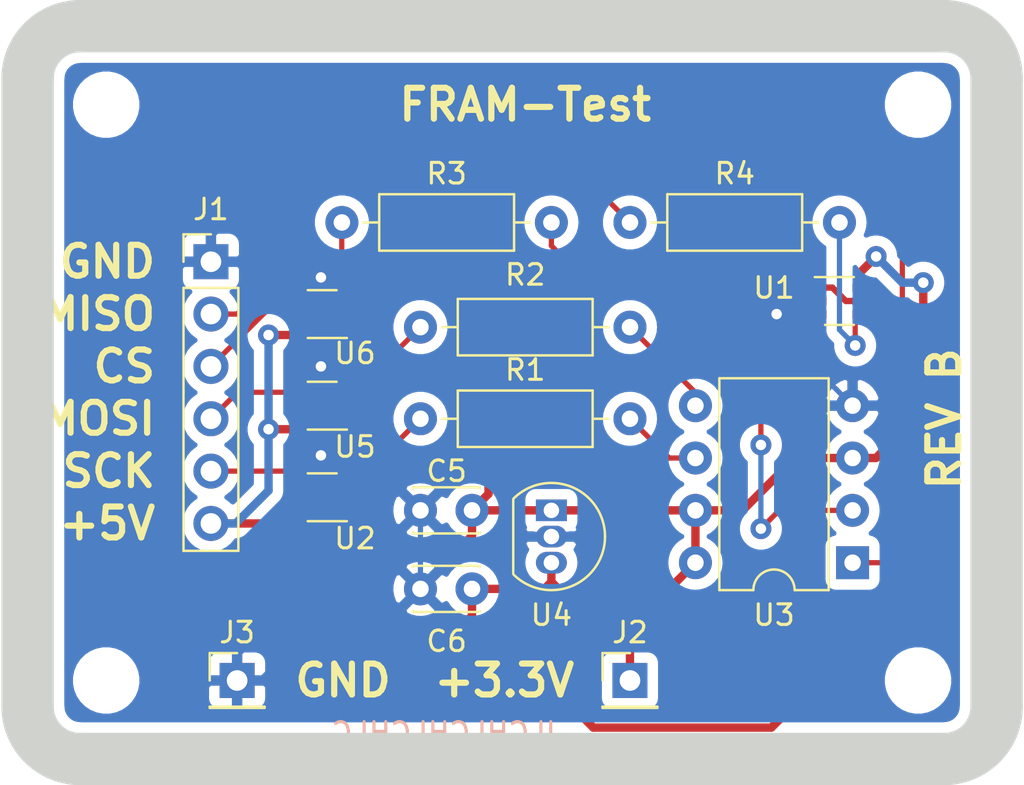
<source format=kicad_pcb>
(kicad_pcb (version 20171130) (host pcbnew "(5.1.0)")

  (general
    (thickness 1.6)
    (drawings 19)
    (tracks 174)
    (zones 0)
    (modules 19)
    (nets 16)
  )

  (page A3)
  (layers
    (0 F.Cu signal)
    (31 B.Cu signal)
    (32 B.Adhes user)
    (33 F.Adhes user)
    (34 B.Paste user)
    (35 F.Paste user)
    (36 B.SilkS user)
    (37 F.SilkS user)
    (38 B.Mask user)
    (39 F.Mask user)
    (40 Dwgs.User user)
    (41 Cmts.User user)
    (42 Eco1.User user)
    (43 Eco2.User user)
    (44 Edge.Cuts user)
    (45 Margin user)
    (46 B.CrtYd user)
    (47 F.CrtYd user)
    (48 B.Fab user)
    (49 F.Fab user)
  )

  (setup
    (last_trace_width 0.254)
    (user_trace_width 0.3048)
    (trace_clearance 0.254)
    (zone_clearance 0.508)
    (zone_45_only no)
    (trace_min 0.254)
    (via_size 1.016)
    (via_drill 0.508)
    (via_min_size 0.508)
    (via_min_drill 0.4064)
    (uvia_size 0.3)
    (uvia_drill 0.1016)
    (uvias_allowed no)
    (uvia_min_size 0.254)
    (uvia_min_drill 0.1016)
    (edge_width 0.15)
    (segment_width 0.2)
    (pcb_text_width 0.3)
    (pcb_text_size 1.5 1.5)
    (mod_edge_width 0.15)
    (mod_text_size 1 1)
    (mod_text_width 0.15)
    (pad_size 1.524 1.524)
    (pad_drill 0.762)
    (pad_to_mask_clearance 0.2)
    (solder_mask_min_width 0.25)
    (aux_axis_origin 0 0)
    (visible_elements FFFDFF7F)
    (pcbplotparams
      (layerselection 0x010fc_ffffffff)
      (usegerberextensions false)
      (usegerberattributes false)
      (usegerberadvancedattributes false)
      (creategerberjobfile false)
      (excludeedgelayer true)
      (linewidth 0.100000)
      (plotframeref false)
      (viasonmask false)
      (mode 1)
      (useauxorigin false)
      (hpglpennumber 1)
      (hpglpenspeed 20)
      (hpglpendiameter 15.000000)
      (psnegative false)
      (psa4output false)
      (plotreference true)
      (plotvalue true)
      (plotinvisibletext false)
      (padsonsilk false)
      (subtractmaskfromsilk false)
      (outputformat 1)
      (mirror false)
      (drillshape 0)
      (scaleselection 1)
      (outputdirectory "gerber"))
  )

  (net 0 "")
  (net 1 GND)
  (net 2 +5V)
  (net 3 +3V3)
  (net 4 FRAM-SCK)
  (net 5 FRAM-~CS)
  (net 6 "Net-(R1-Pad1)")
  (net 7 "Net-(R3-Pad1)")
  (net 8 "Net-(J1-Pad2)")
  (net 9 "Net-(J1-Pad3)")
  (net 10 "Net-(J1-Pad4)")
  (net 11 "Net-(J1-Pad5)")
  (net 12 FRAM-MOSI)
  (net 13 "Net-(R2-Pad1)")
  (net 14 "Net-(R4-Pad2)")
  (net 15 FRAM-MISO)

  (net_class Default "This is the default net class."
    (clearance 0.254)
    (trace_width 0.254)
    (via_dia 1.016)
    (via_drill 0.508)
    (uvia_dia 0.3)
    (uvia_drill 0.1016)
    (diff_pair_width 0.254)
    (diff_pair_gap 0.254)
    (add_net FRAM-MISO)
    (add_net FRAM-MOSI)
    (add_net FRAM-SCK)
    (add_net FRAM-~CS)
    (add_net GND)
    (add_net "Net-(J1-Pad2)")
    (add_net "Net-(J1-Pad3)")
    (add_net "Net-(J1-Pad4)")
    (add_net "Net-(J1-Pad5)")
    (add_net "Net-(R1-Pad1)")
    (add_net "Net-(R2-Pad1)")
    (add_net "Net-(R3-Pad1)")
    (add_net "Net-(R4-Pad2)")
  )

  (net_class supply ""
    (clearance 0.254)
    (trace_width 0.4064)
    (via_dia 1.016)
    (via_drill 0.508)
    (uvia_dia 0.3)
    (uvia_drill 0.1016)
    (diff_pair_width 0.254)
    (diff_pair_gap 0.254)
    (add_net +3V3)
    (add_net +5V)
  )

  (module Connector_PinHeader_2.54mm:PinHeader_1x01_P2.54mm_Vertical (layer F.Cu) (tedit 59FED5CC) (tstamp 5CA894AE)
    (at 153.67 157.48)
    (descr "Through hole straight pin header, 1x01, 2.54mm pitch, single row")
    (tags "Through hole pin header THT 1x01 2.54mm single row")
    (path /5CB523DD)
    (fp_text reference J3 (at 0 -2.33) (layer F.SilkS)
      (effects (font (size 1 1) (thickness 0.15)))
    )
    (fp_text value GND (at 0 2.33) (layer F.Fab)
      (effects (font (size 1 1) (thickness 0.15)))
    )
    (fp_text user %R (at 0 0 90) (layer F.Fab)
      (effects (font (size 1 1) (thickness 0.15)))
    )
    (fp_line (start 1.8 -1.8) (end -1.8 -1.8) (layer F.CrtYd) (width 0.05))
    (fp_line (start 1.8 1.8) (end 1.8 -1.8) (layer F.CrtYd) (width 0.05))
    (fp_line (start -1.8 1.8) (end 1.8 1.8) (layer F.CrtYd) (width 0.05))
    (fp_line (start -1.8 -1.8) (end -1.8 1.8) (layer F.CrtYd) (width 0.05))
    (fp_line (start -1.33 -1.33) (end 0 -1.33) (layer F.SilkS) (width 0.12))
    (fp_line (start -1.33 0) (end -1.33 -1.33) (layer F.SilkS) (width 0.12))
    (fp_line (start -1.33 1.27) (end 1.33 1.27) (layer F.SilkS) (width 0.12))
    (fp_line (start 1.33 1.27) (end 1.33 1.33) (layer F.SilkS) (width 0.12))
    (fp_line (start -1.33 1.27) (end -1.33 1.33) (layer F.SilkS) (width 0.12))
    (fp_line (start -1.33 1.33) (end 1.33 1.33) (layer F.SilkS) (width 0.12))
    (fp_line (start -1.27 -0.635) (end -0.635 -1.27) (layer F.Fab) (width 0.1))
    (fp_line (start -1.27 1.27) (end -1.27 -0.635) (layer F.Fab) (width 0.1))
    (fp_line (start 1.27 1.27) (end -1.27 1.27) (layer F.Fab) (width 0.1))
    (fp_line (start 1.27 -1.27) (end 1.27 1.27) (layer F.Fab) (width 0.1))
    (fp_line (start -0.635 -1.27) (end 1.27 -1.27) (layer F.Fab) (width 0.1))
    (pad 1 thru_hole rect (at 0 0) (size 1.7 1.7) (drill 1) (layers *.Cu *.Mask)
      (net 1 GND))
    (model ${KISYS3DMOD}/Connector_PinHeader_2.54mm.3dshapes/PinHeader_1x01_P2.54mm_Vertical.wrl
      (at (xyz 0 0 0))
      (scale (xyz 1 1 1))
      (rotate (xyz 0 0 0))
    )
  )

  (module Connector_PinHeader_2.54mm:PinHeader_1x01_P2.54mm_Vertical (layer F.Cu) (tedit 59FED5CC) (tstamp 5CA88709)
    (at 172.72 157.48)
    (descr "Through hole straight pin header, 1x01, 2.54mm pitch, single row")
    (tags "Through hole pin header THT 1x01 2.54mm single row")
    (path /5CB4FE74)
    (fp_text reference J2 (at 0 -2.33) (layer F.SilkS)
      (effects (font (size 1 1) (thickness 0.15)))
    )
    (fp_text value 3.3V (at 0 2.33) (layer F.Fab)
      (effects (font (size 1 1) (thickness 0.15)))
    )
    (fp_text user %R (at 0 0 90) (layer F.Fab)
      (effects (font (size 1 1) (thickness 0.15)))
    )
    (fp_line (start 1.8 -1.8) (end -1.8 -1.8) (layer F.CrtYd) (width 0.05))
    (fp_line (start 1.8 1.8) (end 1.8 -1.8) (layer F.CrtYd) (width 0.05))
    (fp_line (start -1.8 1.8) (end 1.8 1.8) (layer F.CrtYd) (width 0.05))
    (fp_line (start -1.8 -1.8) (end -1.8 1.8) (layer F.CrtYd) (width 0.05))
    (fp_line (start -1.33 -1.33) (end 0 -1.33) (layer F.SilkS) (width 0.12))
    (fp_line (start -1.33 0) (end -1.33 -1.33) (layer F.SilkS) (width 0.12))
    (fp_line (start -1.33 1.27) (end 1.33 1.27) (layer F.SilkS) (width 0.12))
    (fp_line (start 1.33 1.27) (end 1.33 1.33) (layer F.SilkS) (width 0.12))
    (fp_line (start -1.33 1.27) (end -1.33 1.33) (layer F.SilkS) (width 0.12))
    (fp_line (start -1.33 1.33) (end 1.33 1.33) (layer F.SilkS) (width 0.12))
    (fp_line (start -1.27 -0.635) (end -0.635 -1.27) (layer F.Fab) (width 0.1))
    (fp_line (start -1.27 1.27) (end -1.27 -0.635) (layer F.Fab) (width 0.1))
    (fp_line (start 1.27 1.27) (end -1.27 1.27) (layer F.Fab) (width 0.1))
    (fp_line (start 1.27 -1.27) (end 1.27 1.27) (layer F.Fab) (width 0.1))
    (fp_line (start -0.635 -1.27) (end 1.27 -1.27) (layer F.Fab) (width 0.1))
    (pad 1 thru_hole rect (at 0 0) (size 1.7 1.7) (drill 1) (layers *.Cu *.Mask)
      (net 3 +3V3))
    (model ${KISYS3DMOD}/Connector_PinHeader_2.54mm.3dshapes/PinHeader_1x01_P2.54mm_Vertical.wrl
      (at (xyz 0 0 0))
      (scale (xyz 1 1 1))
      (rotate (xyz 0 0 0))
    )
  )

  (module MountingHole:MountingHole_2.2mm_M2 (layer F.Cu) (tedit 56D1B4CB) (tstamp 5CA88CCB)
    (at 147.32 157.48)
    (descr "Mounting Hole 2.2mm, no annular, M2")
    (tags "mounting hole 2.2mm no annular m2")
    (path /5CB578DD)
    (attr virtual)
    (fp_text reference H4 (at 0 -3.2) (layer F.SilkS) hide
      (effects (font (size 1 1) (thickness 0.15)))
    )
    (fp_text value MountingHole (at 0 3.2) (layer F.Fab)
      (effects (font (size 1 1) (thickness 0.15)))
    )
    (fp_circle (center 0 0) (end 2.45 0) (layer F.CrtYd) (width 0.05))
    (fp_circle (center 0 0) (end 2.2 0) (layer Cmts.User) (width 0.15))
    (fp_text user %R (at 0.3 0) (layer F.Fab)
      (effects (font (size 1 1) (thickness 0.15)))
    )
    (pad 1 np_thru_hole circle (at 0 0) (size 2.2 2.2) (drill 2.2) (layers *.Cu *.Mask))
  )

  (module MountingHole:MountingHole_2.2mm_M2 (layer F.Cu) (tedit 56D1B4CB) (tstamp 5CA88CC3)
    (at 186.69 157.48)
    (descr "Mounting Hole 2.2mm, no annular, M2")
    (tags "mounting hole 2.2mm no annular m2")
    (path /5CB572E1)
    (attr virtual)
    (fp_text reference H3 (at 0 -3.2) (layer F.SilkS) hide
      (effects (font (size 1 1) (thickness 0.15)))
    )
    (fp_text value MountingHole (at 0 3.2) (layer F.Fab)
      (effects (font (size 1 1) (thickness 0.15)))
    )
    (fp_circle (center 0 0) (end 2.45 0) (layer F.CrtYd) (width 0.05))
    (fp_circle (center 0 0) (end 2.2 0) (layer Cmts.User) (width 0.15))
    (fp_text user %R (at 0.3 0) (layer F.Fab)
      (effects (font (size 1 1) (thickness 0.15)))
    )
    (pad 1 np_thru_hole circle (at 0 0) (size 2.2 2.2) (drill 2.2) (layers *.Cu *.Mask))
  )

  (module MountingHole:MountingHole_2.2mm_M2 (layer F.Cu) (tedit 56D1B4CB) (tstamp 5CA88CBB)
    (at 186.69 129.54)
    (descr "Mounting Hole 2.2mm, no annular, M2")
    (tags "mounting hole 2.2mm no annular m2")
    (path /5CB57553)
    (attr virtual)
    (fp_text reference H2 (at 0 -3.2) (layer F.SilkS) hide
      (effects (font (size 1 1) (thickness 0.15)))
    )
    (fp_text value MountingHole (at 0 3.2) (layer F.Fab)
      (effects (font (size 1 1) (thickness 0.15)))
    )
    (fp_circle (center 0 0) (end 2.45 0) (layer F.CrtYd) (width 0.05))
    (fp_circle (center 0 0) (end 2.2 0) (layer Cmts.User) (width 0.15))
    (fp_text user %R (at 0.3 0) (layer F.Fab)
      (effects (font (size 1 1) (thickness 0.15)))
    )
    (pad 1 np_thru_hole circle (at 0 0) (size 2.2 2.2) (drill 2.2) (layers *.Cu *.Mask))
  )

  (module MountingHole:MountingHole_2.2mm_M2 (layer F.Cu) (tedit 56D1B4CB) (tstamp 5CA88CB3)
    (at 147.32 129.54)
    (descr "Mounting Hole 2.2mm, no annular, M2")
    (tags "mounting hole 2.2mm no annular m2")
    (path /5CB5643C)
    (attr virtual)
    (fp_text reference H1 (at 0 -3.2) (layer F.SilkS) hide
      (effects (font (size 1 1) (thickness 0.15)))
    )
    (fp_text value MountingHole (at 0 3.2) (layer F.Fab)
      (effects (font (size 1 1) (thickness 0.15)))
    )
    (fp_circle (center 0 0) (end 2.45 0) (layer F.CrtYd) (width 0.05))
    (fp_circle (center 0 0) (end 2.2 0) (layer Cmts.User) (width 0.15))
    (fp_text user %R (at 0.3 0) (layer F.Fab)
      (effects (font (size 1 1) (thickness 0.15)))
    )
    (pad 1 np_thru_hole circle (at 0 0) (size 2.2 2.2) (drill 2.2) (layers *.Cu *.Mask))
  )

  (module Package_TO_SOT_SMD:SOT-363_SC-70-6 (layer F.Cu) (tedit 5A02FF57) (tstamp 5CA85809)
    (at 157.795 139.7 180)
    (descr "SOT-363, SC-70-6")
    (tags "SOT-363 SC-70-6")
    (path /5CA95EB5)
    (attr smd)
    (fp_text reference U6 (at -1.59 -1.905 180) (layer F.SilkS)
      (effects (font (size 1 1) (thickness 0.15)))
    )
    (fp_text value SN74LVC1T45DCK (at 0 2) (layer F.Fab)
      (effects (font (size 1 1) (thickness 0.15)))
    )
    (fp_line (start -0.175 -1.1) (end -0.675 -0.6) (layer F.Fab) (width 0.1))
    (fp_line (start 0.675 1.1) (end -0.675 1.1) (layer F.Fab) (width 0.1))
    (fp_line (start 0.675 -1.1) (end 0.675 1.1) (layer F.Fab) (width 0.1))
    (fp_line (start -1.6 1.4) (end 1.6 1.4) (layer F.CrtYd) (width 0.05))
    (fp_line (start -0.675 -0.6) (end -0.675 1.1) (layer F.Fab) (width 0.1))
    (fp_line (start 0.675 -1.1) (end -0.175 -1.1) (layer F.Fab) (width 0.1))
    (fp_line (start -1.6 -1.4) (end 1.6 -1.4) (layer F.CrtYd) (width 0.05))
    (fp_line (start -1.6 -1.4) (end -1.6 1.4) (layer F.CrtYd) (width 0.05))
    (fp_line (start 1.6 1.4) (end 1.6 -1.4) (layer F.CrtYd) (width 0.05))
    (fp_line (start -0.7 1.16) (end 0.7 1.16) (layer F.SilkS) (width 0.12))
    (fp_line (start 0.7 -1.16) (end -1.2 -1.16) (layer F.SilkS) (width 0.12))
    (fp_text user %R (at 0 0 270) (layer F.Fab)
      (effects (font (size 0.5 0.5) (thickness 0.075)))
    )
    (pad 6 smd rect (at 0.95 -0.65 180) (size 0.65 0.4) (layers F.Cu F.Paste F.Mask)
      (net 2 +5V))
    (pad 4 smd rect (at 0.95 0.65 180) (size 0.65 0.4) (layers F.Cu F.Paste F.Mask)
      (net 9 "Net-(J1-Pad3)"))
    (pad 2 smd rect (at -0.95 0 180) (size 0.65 0.4) (layers F.Cu F.Paste F.Mask)
      (net 1 GND))
    (pad 5 smd rect (at 0.95 0 180) (size 0.65 0.4) (layers F.Cu F.Paste F.Mask)
      (net 1 GND))
    (pad 3 smd rect (at -0.95 0.65 180) (size 0.65 0.4) (layers F.Cu F.Paste F.Mask)
      (net 7 "Net-(R3-Pad1)"))
    (pad 1 smd rect (at -0.95 -0.65 180) (size 0.65 0.4) (layers F.Cu F.Paste F.Mask)
      (net 3 +3V3))
    (model ${KISYS3DMOD}/Package_TO_SOT_SMD.3dshapes/SOT-363_SC-70-6.wrl
      (at (xyz 0 0 0))
      (scale (xyz 1 1 1))
      (rotate (xyz 0 0 0))
    )
  )

  (module Package_TO_SOT_SMD:SOT-363_SC-70-6 (layer F.Cu) (tedit 5A02FF57) (tstamp 5CA857F3)
    (at 157.795 144.145 180)
    (descr "SOT-363, SC-70-6")
    (tags "SOT-363 SC-70-6")
    (path /5CA93AAA)
    (attr smd)
    (fp_text reference U5 (at -1.59 -2 180) (layer F.SilkS)
      (effects (font (size 1 1) (thickness 0.15)))
    )
    (fp_text value SN74LVC1T45DCK (at 0 2) (layer F.Fab)
      (effects (font (size 1 1) (thickness 0.15)))
    )
    (fp_line (start -0.175 -1.1) (end -0.675 -0.6) (layer F.Fab) (width 0.1))
    (fp_line (start 0.675 1.1) (end -0.675 1.1) (layer F.Fab) (width 0.1))
    (fp_line (start 0.675 -1.1) (end 0.675 1.1) (layer F.Fab) (width 0.1))
    (fp_line (start -1.6 1.4) (end 1.6 1.4) (layer F.CrtYd) (width 0.05))
    (fp_line (start -0.675 -0.6) (end -0.675 1.1) (layer F.Fab) (width 0.1))
    (fp_line (start 0.675 -1.1) (end -0.175 -1.1) (layer F.Fab) (width 0.1))
    (fp_line (start -1.6 -1.4) (end 1.6 -1.4) (layer F.CrtYd) (width 0.05))
    (fp_line (start -1.6 -1.4) (end -1.6 1.4) (layer F.CrtYd) (width 0.05))
    (fp_line (start 1.6 1.4) (end 1.6 -1.4) (layer F.CrtYd) (width 0.05))
    (fp_line (start -0.7 1.16) (end 0.7 1.16) (layer F.SilkS) (width 0.12))
    (fp_line (start 0.7 -1.16) (end -1.2 -1.16) (layer F.SilkS) (width 0.12))
    (fp_text user %R (at 0 0 270) (layer F.Fab)
      (effects (font (size 0.5 0.5) (thickness 0.075)))
    )
    (pad 6 smd rect (at 0.95 -0.65 180) (size 0.65 0.4) (layers F.Cu F.Paste F.Mask)
      (net 2 +5V))
    (pad 4 smd rect (at 0.95 0.65 180) (size 0.65 0.4) (layers F.Cu F.Paste F.Mask)
      (net 10 "Net-(J1-Pad4)"))
    (pad 2 smd rect (at -0.95 0 180) (size 0.65 0.4) (layers F.Cu F.Paste F.Mask)
      (net 1 GND))
    (pad 5 smd rect (at 0.95 0 180) (size 0.65 0.4) (layers F.Cu F.Paste F.Mask)
      (net 1 GND))
    (pad 3 smd rect (at -0.95 0.65 180) (size 0.65 0.4) (layers F.Cu F.Paste F.Mask)
      (net 13 "Net-(R2-Pad1)"))
    (pad 1 smd rect (at -0.95 -0.65 180) (size 0.65 0.4) (layers F.Cu F.Paste F.Mask)
      (net 3 +3V3))
    (model ${KISYS3DMOD}/Package_TO_SOT_SMD.3dshapes/SOT-363_SC-70-6.wrl
      (at (xyz 0 0 0))
      (scale (xyz 1 1 1))
      (rotate (xyz 0 0 0))
    )
  )

  (module Package_TO_SOT_SMD:SOT-363_SC-70-6 (layer F.Cu) (tedit 5A02FF57) (tstamp 5CA85785)
    (at 157.795 148.59 180)
    (descr "SOT-363, SC-70-6")
    (tags "SOT-363 SC-70-6")
    (path /5CA872F5)
    (attr smd)
    (fp_text reference U2 (at -1.59 -2 180) (layer F.SilkS)
      (effects (font (size 1 1) (thickness 0.15)))
    )
    (fp_text value SN74LVC1T45DCK (at 0 2) (layer F.Fab)
      (effects (font (size 1 1) (thickness 0.15)))
    )
    (fp_line (start -0.175 -1.1) (end -0.675 -0.6) (layer F.Fab) (width 0.1))
    (fp_line (start 0.675 1.1) (end -0.675 1.1) (layer F.Fab) (width 0.1))
    (fp_line (start 0.675 -1.1) (end 0.675 1.1) (layer F.Fab) (width 0.1))
    (fp_line (start -1.6 1.4) (end 1.6 1.4) (layer F.CrtYd) (width 0.05))
    (fp_line (start -0.675 -0.6) (end -0.675 1.1) (layer F.Fab) (width 0.1))
    (fp_line (start 0.675 -1.1) (end -0.175 -1.1) (layer F.Fab) (width 0.1))
    (fp_line (start -1.6 -1.4) (end 1.6 -1.4) (layer F.CrtYd) (width 0.05))
    (fp_line (start -1.6 -1.4) (end -1.6 1.4) (layer F.CrtYd) (width 0.05))
    (fp_line (start 1.6 1.4) (end 1.6 -1.4) (layer F.CrtYd) (width 0.05))
    (fp_line (start -0.7 1.16) (end 0.7 1.16) (layer F.SilkS) (width 0.12))
    (fp_line (start 0.7 -1.16) (end -1.2 -1.16) (layer F.SilkS) (width 0.12))
    (fp_text user %R (at 0 0 270) (layer F.Fab)
      (effects (font (size 0.5 0.5) (thickness 0.075)))
    )
    (pad 6 smd rect (at 0.95 -0.65 180) (size 0.65 0.4) (layers F.Cu F.Paste F.Mask)
      (net 2 +5V))
    (pad 4 smd rect (at 0.95 0.65 180) (size 0.65 0.4) (layers F.Cu F.Paste F.Mask)
      (net 11 "Net-(J1-Pad5)"))
    (pad 2 smd rect (at -0.95 0 180) (size 0.65 0.4) (layers F.Cu F.Paste F.Mask)
      (net 1 GND))
    (pad 5 smd rect (at 0.95 0 180) (size 0.65 0.4) (layers F.Cu F.Paste F.Mask)
      (net 1 GND))
    (pad 3 smd rect (at -0.95 0.65 180) (size 0.65 0.4) (layers F.Cu F.Paste F.Mask)
      (net 6 "Net-(R1-Pad1)"))
    (pad 1 smd rect (at -0.95 -0.65 180) (size 0.65 0.4) (layers F.Cu F.Paste F.Mask)
      (net 3 +3V3))
    (model ${KISYS3DMOD}/Package_TO_SOT_SMD.3dshapes/SOT-363_SC-70-6.wrl
      (at (xyz 0 0 0))
      (scale (xyz 1 1 1))
      (rotate (xyz 0 0 0))
    )
  )

  (module Package_TO_SOT_SMD:SOT-363_SC-70-6 (layer F.Cu) (tedit 5A02FF57) (tstamp 5CA8576F)
    (at 182.88 139.065)
    (descr "SOT-363, SC-70-6")
    (tags "SOT-363 SC-70-6")
    (path /5CA80E17)
    (attr smd)
    (fp_text reference U1 (at -3.175 -0.635) (layer F.SilkS)
      (effects (font (size 1 1) (thickness 0.15)))
    )
    (fp_text value SN74LVC1T45DCK (at 0 2 180) (layer F.Fab)
      (effects (font (size 1 1) (thickness 0.15)))
    )
    (fp_line (start -0.175 -1.1) (end -0.675 -0.6) (layer F.Fab) (width 0.1))
    (fp_line (start 0.675 1.1) (end -0.675 1.1) (layer F.Fab) (width 0.1))
    (fp_line (start 0.675 -1.1) (end 0.675 1.1) (layer F.Fab) (width 0.1))
    (fp_line (start -1.6 1.4) (end 1.6 1.4) (layer F.CrtYd) (width 0.05))
    (fp_line (start -0.675 -0.6) (end -0.675 1.1) (layer F.Fab) (width 0.1))
    (fp_line (start 0.675 -1.1) (end -0.175 -1.1) (layer F.Fab) (width 0.1))
    (fp_line (start -1.6 -1.4) (end 1.6 -1.4) (layer F.CrtYd) (width 0.05))
    (fp_line (start -1.6 -1.4) (end -1.6 1.4) (layer F.CrtYd) (width 0.05))
    (fp_line (start 1.6 1.4) (end 1.6 -1.4) (layer F.CrtYd) (width 0.05))
    (fp_line (start -0.7 1.16) (end 0.7 1.16) (layer F.SilkS) (width 0.12))
    (fp_line (start 0.7 -1.16) (end -1.2 -1.16) (layer F.SilkS) (width 0.12))
    (fp_text user %R (at 0 0 90) (layer F.Fab)
      (effects (font (size 0.5 0.5) (thickness 0.075)))
    )
    (pad 6 smd rect (at 0.95 -0.65) (size 0.65 0.4) (layers F.Cu F.Paste F.Mask)
      (net 2 +5V))
    (pad 4 smd rect (at 0.95 0.65) (size 0.65 0.4) (layers F.Cu F.Paste F.Mask)
      (net 14 "Net-(R4-Pad2)"))
    (pad 2 smd rect (at -0.95 0) (size 0.65 0.4) (layers F.Cu F.Paste F.Mask)
      (net 1 GND))
    (pad 5 smd rect (at 0.95 0) (size 0.65 0.4) (layers F.Cu F.Paste F.Mask)
      (net 3 +3V3))
    (pad 3 smd rect (at -0.95 0.65) (size 0.65 0.4) (layers F.Cu F.Paste F.Mask)
      (net 15 FRAM-MISO))
    (pad 1 smd rect (at -0.95 -0.65) (size 0.65 0.4) (layers F.Cu F.Paste F.Mask)
      (net 3 +3V3))
    (model ${KISYS3DMOD}/Package_TO_SOT_SMD.3dshapes/SOT-363_SC-70-6.wrl
      (at (xyz 0 0 0))
      (scale (xyz 1 1 1))
      (rotate (xyz 0 0 0))
    )
  )

  (module Resistor_THT:R_Axial_DIN0207_L6.3mm_D2.5mm_P10.16mm_Horizontal (layer F.Cu) (tedit 5AE5139B) (tstamp 5CA85759)
    (at 172.72 135.255)
    (descr "Resistor, Axial_DIN0207 series, Axial, Horizontal, pin pitch=10.16mm, 0.25W = 1/4W, length*diameter=6.3*2.5mm^2, http://cdn-reichelt.de/documents/datenblatt/B400/1_4W%23YAG.pdf")
    (tags "Resistor Axial_DIN0207 series Axial Horizontal pin pitch 10.16mm 0.25W = 1/4W length 6.3mm diameter 2.5mm")
    (path /5CA991EB)
    (fp_text reference R4 (at 5.08 -2.37) (layer F.SilkS)
      (effects (font (size 1 1) (thickness 0.15)))
    )
    (fp_text value 33 (at 5.08 2.37) (layer F.Fab)
      (effects (font (size 1 1) (thickness 0.15)))
    )
    (fp_text user %R (at 5.08 0) (layer F.Fab)
      (effects (font (size 1 1) (thickness 0.15)))
    )
    (fp_line (start 11.21 -1.5) (end -1.05 -1.5) (layer F.CrtYd) (width 0.05))
    (fp_line (start 11.21 1.5) (end 11.21 -1.5) (layer F.CrtYd) (width 0.05))
    (fp_line (start -1.05 1.5) (end 11.21 1.5) (layer F.CrtYd) (width 0.05))
    (fp_line (start -1.05 -1.5) (end -1.05 1.5) (layer F.CrtYd) (width 0.05))
    (fp_line (start 9.12 0) (end 8.35 0) (layer F.SilkS) (width 0.12))
    (fp_line (start 1.04 0) (end 1.81 0) (layer F.SilkS) (width 0.12))
    (fp_line (start 8.35 -1.37) (end 1.81 -1.37) (layer F.SilkS) (width 0.12))
    (fp_line (start 8.35 1.37) (end 8.35 -1.37) (layer F.SilkS) (width 0.12))
    (fp_line (start 1.81 1.37) (end 8.35 1.37) (layer F.SilkS) (width 0.12))
    (fp_line (start 1.81 -1.37) (end 1.81 1.37) (layer F.SilkS) (width 0.12))
    (fp_line (start 10.16 0) (end 8.23 0) (layer F.Fab) (width 0.1))
    (fp_line (start 0 0) (end 1.93 0) (layer F.Fab) (width 0.1))
    (fp_line (start 8.23 -1.25) (end 1.93 -1.25) (layer F.Fab) (width 0.1))
    (fp_line (start 8.23 1.25) (end 8.23 -1.25) (layer F.Fab) (width 0.1))
    (fp_line (start 1.93 1.25) (end 8.23 1.25) (layer F.Fab) (width 0.1))
    (fp_line (start 1.93 -1.25) (end 1.93 1.25) (layer F.Fab) (width 0.1))
    (pad 2 thru_hole oval (at 10.16 0) (size 1.6 1.6) (drill 0.8) (layers *.Cu *.Mask)
      (net 14 "Net-(R4-Pad2)"))
    (pad 1 thru_hole circle (at 0 0) (size 1.6 1.6) (drill 0.8) (layers *.Cu *.Mask)
      (net 8 "Net-(J1-Pad2)"))
    (model ${KISYS3DMOD}/Resistor_THT.3dshapes/R_Axial_DIN0207_L6.3mm_D2.5mm_P10.16mm_Horizontal.wrl
      (at (xyz 0 0 0))
      (scale (xyz 1 1 1))
      (rotate (xyz 0 0 0))
    )
  )

  (module Resistor_THT:R_Axial_DIN0207_L6.3mm_D2.5mm_P10.16mm_Horizontal (layer F.Cu) (tedit 5AE5139B) (tstamp 5CA85742)
    (at 158.75 135.255)
    (descr "Resistor, Axial_DIN0207 series, Axial, Horizontal, pin pitch=10.16mm, 0.25W = 1/4W, length*diameter=6.3*2.5mm^2, http://cdn-reichelt.de/documents/datenblatt/B400/1_4W%23YAG.pdf")
    (tags "Resistor Axial_DIN0207 series Axial Horizontal pin pitch 10.16mm 0.25W = 1/4W length 6.3mm diameter 2.5mm")
    (path /5CA9A178)
    (fp_text reference R3 (at 5.08 -2.37) (layer F.SilkS)
      (effects (font (size 1 1) (thickness 0.15)))
    )
    (fp_text value 33 (at 5.08 2.37) (layer F.Fab)
      (effects (font (size 1 1) (thickness 0.15)))
    )
    (fp_text user %R (at 5.08 0) (layer F.Fab)
      (effects (font (size 1 1) (thickness 0.15)))
    )
    (fp_line (start 11.21 -1.5) (end -1.05 -1.5) (layer F.CrtYd) (width 0.05))
    (fp_line (start 11.21 1.5) (end 11.21 -1.5) (layer F.CrtYd) (width 0.05))
    (fp_line (start -1.05 1.5) (end 11.21 1.5) (layer F.CrtYd) (width 0.05))
    (fp_line (start -1.05 -1.5) (end -1.05 1.5) (layer F.CrtYd) (width 0.05))
    (fp_line (start 9.12 0) (end 8.35 0) (layer F.SilkS) (width 0.12))
    (fp_line (start 1.04 0) (end 1.81 0) (layer F.SilkS) (width 0.12))
    (fp_line (start 8.35 -1.37) (end 1.81 -1.37) (layer F.SilkS) (width 0.12))
    (fp_line (start 8.35 1.37) (end 8.35 -1.37) (layer F.SilkS) (width 0.12))
    (fp_line (start 1.81 1.37) (end 8.35 1.37) (layer F.SilkS) (width 0.12))
    (fp_line (start 1.81 -1.37) (end 1.81 1.37) (layer F.SilkS) (width 0.12))
    (fp_line (start 10.16 0) (end 8.23 0) (layer F.Fab) (width 0.1))
    (fp_line (start 0 0) (end 1.93 0) (layer F.Fab) (width 0.1))
    (fp_line (start 8.23 -1.25) (end 1.93 -1.25) (layer F.Fab) (width 0.1))
    (fp_line (start 8.23 1.25) (end 8.23 -1.25) (layer F.Fab) (width 0.1))
    (fp_line (start 1.93 1.25) (end 8.23 1.25) (layer F.Fab) (width 0.1))
    (fp_line (start 1.93 -1.25) (end 1.93 1.25) (layer F.Fab) (width 0.1))
    (pad 2 thru_hole oval (at 10.16 0) (size 1.6 1.6) (drill 0.8) (layers *.Cu *.Mask)
      (net 5 FRAM-~CS))
    (pad 1 thru_hole circle (at 0 0) (size 1.6 1.6) (drill 0.8) (layers *.Cu *.Mask)
      (net 7 "Net-(R3-Pad1)"))
    (model ${KISYS3DMOD}/Resistor_THT.3dshapes/R_Axial_DIN0207_L6.3mm_D2.5mm_P10.16mm_Horizontal.wrl
      (at (xyz 0 0 0))
      (scale (xyz 1 1 1))
      (rotate (xyz 0 0 0))
    )
  )

  (module Resistor_THT:R_Axial_DIN0207_L6.3mm_D2.5mm_P10.16mm_Horizontal (layer F.Cu) (tedit 5AE5139B) (tstamp 5CA8572B)
    (at 162.56 140.335)
    (descr "Resistor, Axial_DIN0207 series, Axial, Horizontal, pin pitch=10.16mm, 0.25W = 1/4W, length*diameter=6.3*2.5mm^2, http://cdn-reichelt.de/documents/datenblatt/B400/1_4W%23YAG.pdf")
    (tags "Resistor Axial_DIN0207 series Axial Horizontal pin pitch 10.16mm 0.25W = 1/4W length 6.3mm diameter 2.5mm")
    (path /5CA99CF4)
    (fp_text reference R2 (at 5.08 -2.54) (layer F.SilkS)
      (effects (font (size 1 1) (thickness 0.15)))
    )
    (fp_text value 33 (at 5.08 2.37) (layer F.Fab)
      (effects (font (size 1 1) (thickness 0.15)))
    )
    (fp_text user %R (at 5.08 0) (layer F.Fab)
      (effects (font (size 1 1) (thickness 0.15)))
    )
    (fp_line (start 11.21 -1.5) (end -1.05 -1.5) (layer F.CrtYd) (width 0.05))
    (fp_line (start 11.21 1.5) (end 11.21 -1.5) (layer F.CrtYd) (width 0.05))
    (fp_line (start -1.05 1.5) (end 11.21 1.5) (layer F.CrtYd) (width 0.05))
    (fp_line (start -1.05 -1.5) (end -1.05 1.5) (layer F.CrtYd) (width 0.05))
    (fp_line (start 9.12 0) (end 8.35 0) (layer F.SilkS) (width 0.12))
    (fp_line (start 1.04 0) (end 1.81 0) (layer F.SilkS) (width 0.12))
    (fp_line (start 8.35 -1.37) (end 1.81 -1.37) (layer F.SilkS) (width 0.12))
    (fp_line (start 8.35 1.37) (end 8.35 -1.37) (layer F.SilkS) (width 0.12))
    (fp_line (start 1.81 1.37) (end 8.35 1.37) (layer F.SilkS) (width 0.12))
    (fp_line (start 1.81 -1.37) (end 1.81 1.37) (layer F.SilkS) (width 0.12))
    (fp_line (start 10.16 0) (end 8.23 0) (layer F.Fab) (width 0.1))
    (fp_line (start 0 0) (end 1.93 0) (layer F.Fab) (width 0.1))
    (fp_line (start 8.23 -1.25) (end 1.93 -1.25) (layer F.Fab) (width 0.1))
    (fp_line (start 8.23 1.25) (end 8.23 -1.25) (layer F.Fab) (width 0.1))
    (fp_line (start 1.93 1.25) (end 8.23 1.25) (layer F.Fab) (width 0.1))
    (fp_line (start 1.93 -1.25) (end 1.93 1.25) (layer F.Fab) (width 0.1))
    (pad 2 thru_hole oval (at 10.16 0) (size 1.6 1.6) (drill 0.8) (layers *.Cu *.Mask)
      (net 12 FRAM-MOSI))
    (pad 1 thru_hole circle (at 0 0) (size 1.6 1.6) (drill 0.8) (layers *.Cu *.Mask)
      (net 13 "Net-(R2-Pad1)"))
    (model ${KISYS3DMOD}/Resistor_THT.3dshapes/R_Axial_DIN0207_L6.3mm_D2.5mm_P10.16mm_Horizontal.wrl
      (at (xyz 0 0 0))
      (scale (xyz 1 1 1))
      (rotate (xyz 0 0 0))
    )
  )

  (module Resistor_THT:R_Axial_DIN0207_L6.3mm_D2.5mm_P10.16mm_Horizontal (layer F.Cu) (tedit 5AE5139B) (tstamp 5CA85714)
    (at 162.56 144.78)
    (descr "Resistor, Axial_DIN0207 series, Axial, Horizontal, pin pitch=10.16mm, 0.25W = 1/4W, length*diameter=6.3*2.5mm^2, http://cdn-reichelt.de/documents/datenblatt/B400/1_4W%23YAG.pdf")
    (tags "Resistor Axial_DIN0207 series Axial Horizontal pin pitch 10.16mm 0.25W = 1/4W length 6.3mm diameter 2.5mm")
    (path /5CA9999E)
    (fp_text reference R1 (at 5.08 -2.37) (layer F.SilkS)
      (effects (font (size 1 1) (thickness 0.15)))
    )
    (fp_text value 33 (at 5.08 2.37) (layer F.Fab)
      (effects (font (size 1 1) (thickness 0.15)))
    )
    (fp_text user %R (at 5.08 0) (layer F.Fab)
      (effects (font (size 1 1) (thickness 0.15)))
    )
    (fp_line (start 11.21 -1.5) (end -1.05 -1.5) (layer F.CrtYd) (width 0.05))
    (fp_line (start 11.21 1.5) (end 11.21 -1.5) (layer F.CrtYd) (width 0.05))
    (fp_line (start -1.05 1.5) (end 11.21 1.5) (layer F.CrtYd) (width 0.05))
    (fp_line (start -1.05 -1.5) (end -1.05 1.5) (layer F.CrtYd) (width 0.05))
    (fp_line (start 9.12 0) (end 8.35 0) (layer F.SilkS) (width 0.12))
    (fp_line (start 1.04 0) (end 1.81 0) (layer F.SilkS) (width 0.12))
    (fp_line (start 8.35 -1.37) (end 1.81 -1.37) (layer F.SilkS) (width 0.12))
    (fp_line (start 8.35 1.37) (end 8.35 -1.37) (layer F.SilkS) (width 0.12))
    (fp_line (start 1.81 1.37) (end 8.35 1.37) (layer F.SilkS) (width 0.12))
    (fp_line (start 1.81 -1.37) (end 1.81 1.37) (layer F.SilkS) (width 0.12))
    (fp_line (start 10.16 0) (end 8.23 0) (layer F.Fab) (width 0.1))
    (fp_line (start 0 0) (end 1.93 0) (layer F.Fab) (width 0.1))
    (fp_line (start 8.23 -1.25) (end 1.93 -1.25) (layer F.Fab) (width 0.1))
    (fp_line (start 8.23 1.25) (end 8.23 -1.25) (layer F.Fab) (width 0.1))
    (fp_line (start 1.93 1.25) (end 8.23 1.25) (layer F.Fab) (width 0.1))
    (fp_line (start 1.93 -1.25) (end 1.93 1.25) (layer F.Fab) (width 0.1))
    (pad 2 thru_hole oval (at 10.16 0) (size 1.6 1.6) (drill 0.8) (layers *.Cu *.Mask)
      (net 4 FRAM-SCK))
    (pad 1 thru_hole circle (at 0 0) (size 1.6 1.6) (drill 0.8) (layers *.Cu *.Mask)
      (net 6 "Net-(R1-Pad1)"))
    (model ${KISYS3DMOD}/Resistor_THT.3dshapes/R_Axial_DIN0207_L6.3mm_D2.5mm_P10.16mm_Horizontal.wrl
      (at (xyz 0 0 0))
      (scale (xyz 1 1 1))
      (rotate (xyz 0 0 0))
    )
  )

  (module Capacitor_THT:C_Disc_D3.0mm_W2.0mm_P2.50mm (layer F.Cu) (tedit 5AE50EF0) (tstamp 5C8C299F)
    (at 162.56 149.225)
    (descr "C, Disc series, Radial, pin pitch=2.50mm, , diameter*width=3*2mm^2, Capacitor")
    (tags "C Disc series Radial pin pitch 2.50mm  diameter 3mm width 2mm Capacitor")
    (path /5C8D0157)
    (fp_text reference C5 (at 1.27 -1.905) (layer F.SilkS)
      (effects (font (size 1 1) (thickness 0.15)))
    )
    (fp_text value 100nF (at 1.25 2.25) (layer F.Fab)
      (effects (font (size 1 1) (thickness 0.15)))
    )
    (fp_line (start -0.25 -1) (end -0.25 1) (layer F.Fab) (width 0.1))
    (fp_line (start -0.25 1) (end 2.75 1) (layer F.Fab) (width 0.1))
    (fp_line (start 2.75 1) (end 2.75 -1) (layer F.Fab) (width 0.1))
    (fp_line (start 2.75 -1) (end -0.25 -1) (layer F.Fab) (width 0.1))
    (fp_line (start -0.37 -1.12) (end 2.87 -1.12) (layer F.SilkS) (width 0.12))
    (fp_line (start -0.37 1.12) (end 2.87 1.12) (layer F.SilkS) (width 0.12))
    (fp_line (start -0.37 -1.12) (end -0.37 -1.055) (layer F.SilkS) (width 0.12))
    (fp_line (start -0.37 1.055) (end -0.37 1.12) (layer F.SilkS) (width 0.12))
    (fp_line (start 2.87 -1.12) (end 2.87 -1.055) (layer F.SilkS) (width 0.12))
    (fp_line (start 2.87 1.055) (end 2.87 1.12) (layer F.SilkS) (width 0.12))
    (fp_line (start -1.05 -1.25) (end -1.05 1.25) (layer F.CrtYd) (width 0.05))
    (fp_line (start -1.05 1.25) (end 3.55 1.25) (layer F.CrtYd) (width 0.05))
    (fp_line (start 3.55 1.25) (end 3.55 -1.25) (layer F.CrtYd) (width 0.05))
    (fp_line (start 3.55 -1.25) (end -1.05 -1.25) (layer F.CrtYd) (width 0.05))
    (fp_text user %R (at 1.25 0) (layer F.Fab)
      (effects (font (size 0.6 0.6) (thickness 0.09)))
    )
    (pad 1 thru_hole circle (at 0 0) (size 1.6 1.6) (drill 0.8) (layers *.Cu *.Mask)
      (net 1 GND))
    (pad 2 thru_hole circle (at 2.5 0) (size 1.6 1.6) (drill 0.8) (layers *.Cu *.Mask)
      (net 3 +3V3))
    (model ${KISYS3DMOD}/Capacitor_THT.3dshapes/C_Disc_D3.0mm_W2.0mm_P2.50mm.wrl
      (at (xyz 0 0 0))
      (scale (xyz 1 1 1))
      (rotate (xyz 0 0 0))
    )
  )

  (module Capacitor_THT:C_Disc_D3.0mm_W2.0mm_P2.50mm (layer F.Cu) (tedit 5C90D28E) (tstamp 5C8C29B3)
    (at 165.06 153.035 180)
    (descr "C, Disc series, Radial, pin pitch=2.50mm, , diameter*width=3*2mm^2, Capacitor")
    (tags "C Disc series Radial pin pitch 2.50mm  diameter 3mm width 2mm Capacitor")
    (path /5C8D82FD)
    (fp_text reference C6 (at 1.23 -2.54) (layer F.SilkS)
      (effects (font (size 1 1) (thickness 0.15)))
    )
    (fp_text value 100nF (at 1.25 2.25 180) (layer F.Fab)
      (effects (font (size 1 1) (thickness 0.15)))
    )
    (fp_text user %R (at 1.25 0 180) (layer F.Fab)
      (effects (font (size 0.6 0.6) (thickness 0.09)))
    )
    (fp_line (start 3.55 -1.25) (end -1.05 -1.25) (layer F.CrtYd) (width 0.05))
    (fp_line (start 3.55 1.25) (end 3.55 -1.25) (layer F.CrtYd) (width 0.05))
    (fp_line (start -1.05 1.25) (end 3.55 1.25) (layer F.CrtYd) (width 0.05))
    (fp_line (start -1.05 -1.25) (end -1.05 1.25) (layer F.CrtYd) (width 0.05))
    (fp_line (start 2.87 1.055) (end 2.87 1.12) (layer F.SilkS) (width 0.12))
    (fp_line (start 2.87 -1.12) (end 2.87 -1.055) (layer F.SilkS) (width 0.12))
    (fp_line (start -0.37 1.055) (end -0.37 1.12) (layer F.SilkS) (width 0.12))
    (fp_line (start -0.37 -1.12) (end -0.37 -1.055) (layer F.SilkS) (width 0.12))
    (fp_line (start -0.37 1.12) (end 2.87 1.12) (layer F.SilkS) (width 0.12))
    (fp_line (start -0.37 -1.12) (end 2.87 -1.12) (layer F.SilkS) (width 0.12))
    (fp_line (start 2.75 -1) (end -0.25 -1) (layer F.Fab) (width 0.1))
    (fp_line (start 2.75 1) (end 2.75 -1) (layer F.Fab) (width 0.1))
    (fp_line (start -0.25 1) (end 2.75 1) (layer F.Fab) (width 0.1))
    (fp_line (start -0.25 -1) (end -0.25 1) (layer F.Fab) (width 0.1))
    (pad 2 thru_hole circle (at 2.5 0 180) (size 1.6 1.6) (drill 0.8) (layers *.Cu *.Mask)
      (net 1 GND))
    (pad 1 thru_hole circle (at 0 0 180) (size 1.6 1.6) (drill 0.8) (layers *.Cu *.Mask)
      (net 2 +5V))
    (model ${KISYS3DMOD}/Capacitor_THT.3dshapes/C_Disc_D3.0mm_W2.0mm_P2.50mm.wrl
      (at (xyz 0 0 0))
      (scale (xyz 1 1 1))
      (rotate (xyz 0 0 0))
    )
  )

  (module Package_TO_SOT_THT:TO-92_Inline (layer F.Cu) (tedit 5C90D299) (tstamp 5C8C3955)
    (at 168.91 149.225 270)
    (descr "TO-92 leads in-line, narrow, oval pads, drill 0.75mm (see NXP sot054_po.pdf)")
    (tags "to-92 sc-43 sc-43a sot54 PA33 transistor")
    (path /5C8B94E4)
    (fp_text reference U4 (at 5.08 0) (layer F.SilkS)
      (effects (font (size 1 1) (thickness 0.15)))
    )
    (fp_text value LP2950CZ-3.3G (at 1.27 2.79 270) (layer F.Fab)
      (effects (font (size 1 1) (thickness 0.15)))
    )
    (fp_text user %R (at 1.27 -3.56 270) (layer F.Fab)
      (effects (font (size 1 1) (thickness 0.15)))
    )
    (fp_line (start -0.53 1.85) (end 3.07 1.85) (layer F.SilkS) (width 0.12))
    (fp_line (start -0.5 1.75) (end 3 1.75) (layer F.Fab) (width 0.1))
    (fp_line (start -1.46 -2.73) (end 4 -2.73) (layer F.CrtYd) (width 0.05))
    (fp_line (start -1.46 -2.73) (end -1.46 2.01) (layer F.CrtYd) (width 0.05))
    (fp_line (start 4 2.01) (end 4 -2.73) (layer F.CrtYd) (width 0.05))
    (fp_line (start 4 2.01) (end -1.46 2.01) (layer F.CrtYd) (width 0.05))
    (fp_arc (start 1.27 0) (end 1.27 -2.48) (angle 135) (layer F.Fab) (width 0.1))
    (fp_arc (start 1.27 0) (end 1.27 -2.6) (angle -135) (layer F.SilkS) (width 0.12))
    (fp_arc (start 1.27 0) (end 1.27 -2.48) (angle -135) (layer F.Fab) (width 0.1))
    (fp_arc (start 1.27 0) (end 1.27 -2.6) (angle 135) (layer F.SilkS) (width 0.12))
    (pad 2 thru_hole oval (at 1.27 0 270) (size 1.05 1.5) (drill 0.75) (layers *.Cu *.Mask)
      (net 1 GND))
    (pad 3 thru_hole oval (at 2.54 0 270) (size 1.05 1.5) (drill 0.75) (layers *.Cu *.Mask)
      (net 2 +5V))
    (pad 1 thru_hole rect (at 0 0 270) (size 1.05 1.5) (drill 0.75) (layers *.Cu *.Mask)
      (net 3 +3V3))
    (model ${KISYS3DMOD}/Package_TO_SOT_THT.3dshapes/TO-92_Inline.wrl
      (at (xyz 0 0 0))
      (scale (xyz 1 1 1))
      (rotate (xyz 0 0 0))
    )
  )

  (module Package_DIP:DIP-8_W7.62mm (layer F.Cu) (tedit 5C90D75B) (tstamp 5C987183)
    (at 183.515 151.765 180)
    (descr "8-lead though-hole mounted DIP package, row spacing 7.62 mm (300 mils)")
    (tags "THT DIP DIL PDIP 2.54mm 7.62mm 300mil")
    (path /5C8D8B8D)
    (fp_text reference U3 (at 3.81 -2.54 180) (layer F.SilkS)
      (effects (font (size 1 1) (thickness 0.15)))
    )
    (fp_text value MB85RS2MT (at 3.81 9.95 180) (layer F.Fab)
      (effects (font (size 1 1) (thickness 0.15)))
    )
    (fp_arc (start 3.81 -1.33) (end 2.81 -1.33) (angle -180) (layer F.SilkS) (width 0.12))
    (fp_line (start 1.635 -1.27) (end 6.985 -1.27) (layer F.Fab) (width 0.1))
    (fp_line (start 6.985 -1.27) (end 6.985 8.89) (layer F.Fab) (width 0.1))
    (fp_line (start 6.985 8.89) (end 0.635 8.89) (layer F.Fab) (width 0.1))
    (fp_line (start 0.635 8.89) (end 0.635 -0.27) (layer F.Fab) (width 0.1))
    (fp_line (start 0.635 -0.27) (end 1.635 -1.27) (layer F.Fab) (width 0.1))
    (fp_line (start 2.81 -1.33) (end 1.16 -1.33) (layer F.SilkS) (width 0.12))
    (fp_line (start 1.16 -1.33) (end 1.16 8.95) (layer F.SilkS) (width 0.12))
    (fp_line (start 1.16 8.95) (end 6.46 8.95) (layer F.SilkS) (width 0.12))
    (fp_line (start 6.46 8.95) (end 6.46 -1.33) (layer F.SilkS) (width 0.12))
    (fp_line (start 6.46 -1.33) (end 4.81 -1.33) (layer F.SilkS) (width 0.12))
    (fp_line (start -1.1 -1.55) (end -1.1 9.15) (layer F.CrtYd) (width 0.05))
    (fp_line (start -1.1 9.15) (end 8.7 9.15) (layer F.CrtYd) (width 0.05))
    (fp_line (start 8.7 9.15) (end 8.7 -1.55) (layer F.CrtYd) (width 0.05))
    (fp_line (start 8.7 -1.55) (end -1.1 -1.55) (layer F.CrtYd) (width 0.05))
    (fp_text user %R (at 3.81 3.81 180) (layer F.Fab)
      (effects (font (size 1 1) (thickness 0.15)))
    )
    (pad 1 thru_hole rect (at 0 0 180) (size 1.6 1.6) (drill 0.8) (layers *.Cu *.Mask)
      (net 5 FRAM-~CS))
    (pad 5 thru_hole oval (at 7.62 7.62 180) (size 1.6 1.6) (drill 0.8) (layers *.Cu *.Mask)
      (net 12 FRAM-MOSI))
    (pad 2 thru_hole oval (at 0 2.54 180) (size 1.6 1.6) (drill 0.8) (layers *.Cu *.Mask)
      (net 15 FRAM-MISO))
    (pad 6 thru_hole oval (at 7.62 5.08 180) (size 1.6 1.6) (drill 0.8) (layers *.Cu *.Mask)
      (net 4 FRAM-SCK))
    (pad 3 thru_hole oval (at 0 5.08 180) (size 1.6 1.6) (drill 0.8) (layers *.Cu *.Mask)
      (net 3 +3V3))
    (pad 7 thru_hole oval (at 7.62 2.54 180) (size 1.6 1.6) (drill 0.8) (layers *.Cu *.Mask)
      (net 3 +3V3))
    (pad 4 thru_hole oval (at 0 7.62 180) (size 1.6 1.6) (drill 0.8) (layers *.Cu *.Mask)
      (net 1 GND))
    (pad 8 thru_hole oval (at 7.62 0 180) (size 1.6 1.6) (drill 0.8) (layers *.Cu *.Mask)
      (net 3 +3V3))
    (model ${KISYS3DMOD}/Package_DIP.3dshapes/DIP-8_W7.62mm.wrl
      (at (xyz 0 0 0))
      (scale (xyz 1 1 1))
      (rotate (xyz 0 0 0))
    )
  )

  (module Connector_PinHeader_2.54mm:PinHeader_1x06_P2.54mm_Vertical (layer F.Cu) (tedit 5C90D100) (tstamp 5C914B26)
    (at 152.4 137.16)
    (descr "Through hole straight pin header, 1x06, 2.54mm pitch, single row")
    (tags "Through hole pin header THT 1x06 2.54mm single row")
    (path /5C99805B)
    (fp_text reference J1 (at 0 -2.54) (layer F.SilkS)
      (effects (font (size 1 1) (thickness 0.15)))
    )
    (fp_text value Conn_01x06_Male (at 0 15.03) (layer F.Fab)
      (effects (font (size 1 1) (thickness 0.15)))
    )
    (fp_line (start -0.635 -1.27) (end 1.27 -1.27) (layer F.Fab) (width 0.1))
    (fp_line (start 1.27 -1.27) (end 1.27 13.97) (layer F.Fab) (width 0.1))
    (fp_line (start 1.27 13.97) (end -1.27 13.97) (layer F.Fab) (width 0.1))
    (fp_line (start -1.27 13.97) (end -1.27 -0.635) (layer F.Fab) (width 0.1))
    (fp_line (start -1.27 -0.635) (end -0.635 -1.27) (layer F.Fab) (width 0.1))
    (fp_line (start -1.33 14.03) (end 1.33 14.03) (layer F.SilkS) (width 0.12))
    (fp_line (start -1.33 1.27) (end -1.33 14.03) (layer F.SilkS) (width 0.12))
    (fp_line (start 1.33 1.27) (end 1.33 14.03) (layer F.SilkS) (width 0.12))
    (fp_line (start -1.33 1.27) (end 1.33 1.27) (layer F.SilkS) (width 0.12))
    (fp_line (start -1.33 0) (end -1.33 -1.33) (layer F.SilkS) (width 0.12))
    (fp_line (start -1.33 -1.33) (end 0 -1.33) (layer F.SilkS) (width 0.12))
    (fp_line (start -1.8 -1.8) (end -1.8 14.5) (layer F.CrtYd) (width 0.05))
    (fp_line (start -1.8 14.5) (end 1.8 14.5) (layer F.CrtYd) (width 0.05))
    (fp_line (start 1.8 14.5) (end 1.8 -1.8) (layer F.CrtYd) (width 0.05))
    (fp_line (start 1.8 -1.8) (end -1.8 -1.8) (layer F.CrtYd) (width 0.05))
    (fp_text user %R (at 0 6.35 90) (layer F.Fab)
      (effects (font (size 1 1) (thickness 0.15)))
    )
    (pad 1 thru_hole rect (at 0 0) (size 1.7 1.7) (drill 1) (layers *.Cu *.Mask)
      (net 1 GND))
    (pad 2 thru_hole oval (at 0 2.54) (size 1.7 1.7) (drill 1) (layers *.Cu *.Mask)
      (net 8 "Net-(J1-Pad2)"))
    (pad 3 thru_hole oval (at 0 5.08) (size 1.7 1.7) (drill 1) (layers *.Cu *.Mask)
      (net 9 "Net-(J1-Pad3)"))
    (pad 4 thru_hole oval (at 0 7.62) (size 1.7 1.7) (drill 1) (layers *.Cu *.Mask)
      (net 10 "Net-(J1-Pad4)"))
    (pad 5 thru_hole oval (at 0 10.16) (size 1.7 1.7) (drill 1) (layers *.Cu *.Mask)
      (net 11 "Net-(J1-Pad5)"))
    (pad 6 thru_hole oval (at 0 12.7) (size 1.7 1.7) (drill 1) (layers *.Cu *.Mask)
      (net 2 +5V))
    (model ${KISYS3DMOD}/Connector_PinHeader_2.54mm.3dshapes/PinHeader_1x06_P2.54mm_Vertical.wrl
      (at (xyz 0 0 0))
      (scale (xyz 1 1 1))
      (rotate (xyz 0 0 0))
    )
  )

  (gr_text JLCHLCHLCHLC (at 163.83 160.02) (layer B.SilkS)
    (effects (font (size 1 1) (thickness 0.15)) (justify mirror))
  )
  (gr_arc (start 146.05 158.75) (end 143.51 158.75) (angle -90) (layer Edge.Cuts) (width 2.54))
  (gr_arc (start 146.05 128.27) (end 146.05 125.73) (angle -90) (layer Edge.Cuts) (width 2.54))
  (gr_arc (start 187.96 128.27) (end 190.5 128.27) (angle -90) (layer Edge.Cuts) (width 2.54))
  (gr_arc (start 187.96 158.75) (end 187.96 161.29) (angle -90) (layer Edge.Cuts) (width 2.54))
  (gr_text +3.3V (at 170.18 157.48) (layer F.SilkS) (tstamp 5CA89502)
    (effects (font (size 1.5 1.5) (thickness 0.3)) (justify right))
  )
  (gr_text GND (at 161.29 157.48) (layer F.SilkS) (tstamp 5CA894FF)
    (effects (font (size 1.5 1.5) (thickness 0.3)) (justify right))
  )
  (gr_text "REV B" (at 187.96 144.78 90) (layer F.SilkS) (tstamp 5CA88256)
    (effects (font (size 1.5 1.5) (thickness 0.3)))
  )
  (gr_line (start 143.51 158.75) (end 143.51 128.27) (layer Edge.Cuts) (width 2.54) (tstamp 5CA88209))
  (gr_line (start 187.96 161.29) (end 146.05 161.29) (layer Edge.Cuts) (width 2.54))
  (gr_line (start 190.5 128.27) (end 190.5 158.75) (layer Edge.Cuts) (width 2.54))
  (gr_line (start 146.05 125.73) (end 187.96 125.73) (layer Edge.Cuts) (width 2.54))
  (gr_text FRAM-Test (at 167.64 129.54) (layer F.SilkS)
    (effects (font (size 1.5 1.5) (thickness 0.3)))
  )
  (gr_text +5V (at 149.86 149.86) (layer F.SilkS)
    (effects (font (size 1.5 1.5) (thickness 0.3)) (justify right))
  )
  (gr_text MISO (at 149.86 139.7) (layer F.SilkS)
    (effects (font (size 1.5 1.5) (thickness 0.3)) (justify right))
  )
  (gr_text SCK (at 149.86 147.32) (layer F.SilkS)
    (effects (font (size 1.5 1.5) (thickness 0.3)) (justify right))
  )
  (gr_text MOSI (at 149.86 144.78) (layer F.SilkS)
    (effects (font (size 1.5 1.5) (thickness 0.3)) (justify right))
  )
  (gr_text CS (at 149.86 142.24) (layer F.SilkS)
    (effects (font (size 1.5 1.5) (thickness 0.3)) (justify right))
  )
  (gr_text GND (at 149.86 137.16) (layer F.SilkS)
    (effects (font (size 1.5 1.5) (thickness 0.3)) (justify right))
  )

  (segment (start 152.4 137.16) (end 156.972 137.16) (width 0.254) (layer B.Cu) (net 1))
  (via (at 157.734 137.922) (size 1.016) (drill 0.508) (layers F.Cu B.Cu) (net 1))
  (segment (start 156.972 137.16) (end 157.734 137.922) (width 0.254) (layer B.Cu) (net 1))
  (segment (start 158.166 139.7) (end 158.745 139.7) (width 0.254) (layer F.Cu) (net 1))
  (segment (start 157.734 137.922) (end 157.734 139.268) (width 0.254) (layer F.Cu) (net 1))
  (segment (start 157.48 139.7) (end 156.718 139.7) (width 0.254) (layer F.Cu) (net 1))
  (segment (start 157.823 139.357) (end 157.48 139.7) (width 0.254) (layer F.Cu) (net 1))
  (segment (start 157.823 139.357) (end 158.166 139.7) (width 0.254) (layer F.Cu) (net 1))
  (segment (start 157.734 139.268) (end 157.823 139.357) (width 0.254) (layer F.Cu) (net 1))
  (segment (start 156.718 139.7) (end 156.845 139.7) (width 0.254) (layer F.Cu) (net 1))
  (segment (start 157.734 137.922) (end 157.734 142.24) (width 0.254) (layer B.Cu) (net 1))
  (via (at 157.734 142.24) (size 1.016) (drill 0.508) (layers F.Cu B.Cu) (net 1))
  (segment (start 157.424 144.145) (end 156.845 144.145) (width 0.254) (layer F.Cu) (net 1))
  (segment (start 157.734 143.835) (end 157.424 144.145) (width 0.254) (layer F.Cu) (net 1))
  (segment (start 157.734 142.24) (end 157.734 143.835) (width 0.254) (layer F.Cu) (net 1))
  (segment (start 158.044 144.145) (end 158.745 144.145) (width 0.254) (layer F.Cu) (net 1))
  (segment (start 157.734 143.835) (end 158.044 144.145) (width 0.254) (layer F.Cu) (net 1))
  (segment (start 157.734 142.24) (end 157.734 142.95842) (width 0.254) (layer B.Cu) (net 1))
  (via (at 157.734 146.558) (size 1.016) (drill 0.508) (layers F.Cu B.Cu) (net 1))
  (segment (start 157.734 142.95842) (end 157.734 146.558) (width 0.254) (layer B.Cu) (net 1))
  (segment (start 157.424 148.59) (end 156.845 148.59) (width 0.254) (layer F.Cu) (net 1))
  (segment (start 157.734 148.28) (end 157.424 148.59) (width 0.254) (layer F.Cu) (net 1))
  (segment (start 157.734 146.558) (end 157.734 148.28) (width 0.254) (layer F.Cu) (net 1))
  (segment (start 158.044 148.59) (end 158.745 148.59) (width 0.254) (layer F.Cu) (net 1))
  (segment (start 157.734 148.28) (end 158.044 148.59) (width 0.254) (layer F.Cu) (net 1))
  (segment (start 154.774 157.48) (end 153.67 157.48) (width 0.254) (layer B.Cu) (net 1))
  (segment (start 157.734 154.52) (end 154.774 157.48) (width 0.254) (layer B.Cu) (net 1))
  (segment (start 161.671 152.146) (end 162.56 153.035) (width 0.254) (layer B.Cu) (net 1))
  (segment (start 157.734 152.146) (end 161.671 152.146) (width 0.254) (layer B.Cu) (net 1))
  (segment (start 157.734 146.558) (end 157.734 152.146) (width 0.254) (layer B.Cu) (net 1))
  (segment (start 157.734 152.146) (end 157.734 154.52) (width 0.254) (layer B.Cu) (net 1))
  (segment (start 162.56 150.35637) (end 162.56 153.035) (width 0.254) (layer B.Cu) (net 1))
  (segment (start 162.56 149.225) (end 162.56 150.35637) (width 0.254) (layer B.Cu) (net 1))
  (segment (start 163.359999 150.024999) (end 163.359999 150.405999) (width 0.254) (layer B.Cu) (net 1))
  (segment (start 162.56 149.225) (end 163.359999 150.024999) (width 0.254) (layer B.Cu) (net 1))
  (segment (start 163.449 150.495) (end 163.957 150.495) (width 0.254) (layer B.Cu) (net 1))
  (segment (start 163.359999 150.405999) (end 163.449 150.495) (width 0.254) (layer B.Cu) (net 1))
  (segment (start 163.957 150.495) (end 164.338 150.876) (width 0.254) (layer B.Cu) (net 1))
  (segment (start 164.338 150.876) (end 167.132 150.876) (width 0.254) (layer B.Cu) (net 1))
  (segment (start 167.513 150.495) (end 168.91 150.495) (width 0.254) (layer B.Cu) (net 1))
  (segment (start 167.132 150.876) (end 167.513 150.495) (width 0.254) (layer B.Cu) (net 1))
  (segment (start 169.914 150.495) (end 173.089 153.67) (width 0.254) (layer B.Cu) (net 1))
  (segment (start 168.91 150.495) (end 169.914 150.495) (width 0.254) (layer B.Cu) (net 1))
  (segment (start 173.089 153.67) (end 177.292 153.67) (width 0.254) (layer B.Cu) (net 1))
  (segment (start 177.292 153.67) (end 180.594 150.368) (width 0.254) (layer B.Cu) (net 1))
  (segment (start 180.594 150.368) (end 180.594 145.034) (width 0.254) (layer B.Cu) (net 1))
  (segment (start 181.483 144.145) (end 183.515 144.145) (width 0.254) (layer B.Cu) (net 1))
  (segment (start 180.594 145.034) (end 181.483 144.145) (width 0.254) (layer B.Cu) (net 1))
  (segment (start 181.93 139.065) (end 180.721 139.065) (width 0.254) (layer F.Cu) (net 1))
  (via (at 179.832 139.7) (size 1.016) (drill 0.508) (layers F.Cu B.Cu) (net 1))
  (segment (start 180.086 139.7) (end 179.832 139.7) (width 0.254) (layer F.Cu) (net 1))
  (segment (start 180.721 139.065) (end 180.086 139.7) (width 0.254) (layer F.Cu) (net 1))
  (segment (start 179.832 140.462) (end 183.515 144.145) (width 0.254) (layer B.Cu) (net 1))
  (segment (start 179.832 139.7) (end 179.832 140.462) (width 0.254) (layer B.Cu) (net 1))
  (segment (start 152.4 149.86) (end 156.21 149.86) (width 0.4064) (layer F.Cu) (net 2))
  (segment (start 156.21 149.86) (end 156.822799 149.247201) (width 0.4064) (layer F.Cu) (net 2))
  (segment (start 165.06 154.345) (end 165.06 153.035) (width 0.4064) (layer F.Cu) (net 2))
  (segment (start 156.21 149.86) (end 156.21 151.765) (width 0.4064) (layer F.Cu) (net 2))
  (segment (start 164.465 154.94) (end 165.06 154.345) (width 0.4064) (layer F.Cu) (net 2))
  (segment (start 156.21 151.765) (end 159.385 154.94) (width 0.4064) (layer F.Cu) (net 2))
  (segment (start 159.385 154.94) (end 164.465 154.94) (width 0.4064) (layer F.Cu) (net 2))
  (segment (start 168.5714 153.035) (end 168.91 152.6964) (width 0.4064) (layer F.Cu) (net 2))
  (segment (start 168.91 152.6964) (end 168.91 151.765) (width 0.4064) (layer F.Cu) (net 2))
  (segment (start 165.06 153.035) (end 168.5714 153.035) (width 0.4064) (layer F.Cu) (net 2))
  (segment (start 153.602081 149.86) (end 155.194 148.268081) (width 0.4064) (layer B.Cu) (net 2))
  (segment (start 152.4 149.86) (end 153.602081 149.86) (width 0.4064) (layer B.Cu) (net 2))
  (segment (start 155.194 148.268081) (end 155.194 145.288) (width 0.4064) (layer B.Cu) (net 2))
  (via (at 155.194 145.288) (size 1.016) (drill 0.508) (layers F.Cu B.Cu) (net 2))
  (segment (start 156.352 145.288) (end 156.837799 144.802201) (width 0.4064) (layer F.Cu) (net 2))
  (segment (start 155.194 145.288) (end 156.352 145.288) (width 0.4064) (layer F.Cu) (net 2))
  (segment (start 155.194 145.288) (end 155.194 140.716) (width 0.4064) (layer B.Cu) (net 2))
  (via (at 155.194 140.716) (size 1.016) (drill 0.508) (layers F.Cu B.Cu) (net 2))
  (segment (start 156.479 140.716) (end 156.837799 140.357201) (width 0.4064) (layer F.Cu) (net 2))
  (segment (start 155.194 140.716) (end 156.479 140.716) (width 0.4064) (layer F.Cu) (net 2))
  (segment (start 168.91 152.6964) (end 170.434 154.2204) (width 0.4064) (layer F.Cu) (net 2))
  (segment (start 170.434 154.2204) (end 170.434 159.258) (width 0.4064) (layer F.Cu) (net 2))
  (segment (start 170.434 159.258) (end 170.942 159.766) (width 0.4064) (layer F.Cu) (net 2))
  (segment (start 170.942 159.766) (end 179.578 159.766) (width 0.4064) (layer F.Cu) (net 2))
  (segment (start 179.578 159.766) (end 186.944 152.4) (width 0.4064) (layer F.Cu) (net 2))
  (via (at 186.944 138.176) (size 1.016) (drill 0.508) (layers F.Cu B.Cu) (net 2))
  (segment (start 186.944 152.4) (end 186.944 138.176) (width 0.4064) (layer F.Cu) (net 2))
  (segment (start 186.944 138.176) (end 185.928 138.176) (width 0.4064) (layer B.Cu) (net 2))
  (via (at 184.658 136.906) (size 1.016) (drill 0.508) (layers F.Cu B.Cu) (net 2))
  (segment (start 185.928 138.176) (end 184.658 136.906) (width 0.4064) (layer B.Cu) (net 2))
  (segment (start 184.658 136.906) (end 183.896 137.668) (width 0.4064) (layer F.Cu) (net 2))
  (segment (start 183.896 138.349) (end 183.837201 138.407799) (width 0.4064) (layer F.Cu) (net 2))
  (segment (start 183.896 137.668) (end 183.896 138.349) (width 0.4064) (layer F.Cu) (net 2))
  (segment (start 165.06 149.225) (end 165.06 150.455) (width 0.4064) (layer F.Cu) (net 3))
  (segment (start 165.06 150.455) (end 164.385 151.13) (width 0.4064) (layer F.Cu) (net 3))
  (segment (start 158.745 150.49) (end 158.745 149.247201) (width 0.4064) (layer F.Cu) (net 3))
  (segment (start 159.385 151.13) (end 158.745 150.49) (width 0.4064) (layer F.Cu) (net 3))
  (segment (start 168.91 149.225) (end 175.895 149.225) (width 0.4064) (layer F.Cu) (net 3))
  (segment (start 175.895 149.225) (end 175.895 151.765) (width 0.4064) (layer F.Cu) (net 3))
  (segment (start 172.72 154.94) (end 172.72 157.48) (width 0.4064) (layer F.Cu) (net 3))
  (segment (start 175.895 151.765) (end 172.72 154.94) (width 0.4064) (layer F.Cu) (net 3))
  (segment (start 165.06 149.225) (end 168.91 149.225) (width 0.4064) (layer F.Cu) (net 3))
  (segment (start 164.385 151.13) (end 160.274 151.13) (width 0.4064) (layer F.Cu) (net 3))
  (segment (start 160.274 151.13) (end 159.385 151.13) (width 0.4064) (layer F.Cu) (net 3))
  (segment (start 160.02 145.034) (end 158.984 145.034) (width 0.4064) (layer F.Cu) (net 3))
  (segment (start 160.528 144.526) (end 160.02 145.034) (width 0.4064) (layer F.Cu) (net 3))
  (segment (start 165.06 149.225) (end 165.859999 148.425001) (width 0.4064) (layer F.Cu) (net 3))
  (segment (start 165.859999 143.761999) (end 164.846 142.748) (width 0.4064) (layer F.Cu) (net 3))
  (segment (start 158.984 145.034) (end 158.752201 144.802201) (width 0.4064) (layer F.Cu) (net 3))
  (segment (start 160.528 143.51) (end 160.528 144.526) (width 0.4064) (layer F.Cu) (net 3))
  (segment (start 161.29 142.748) (end 160.528 143.51) (width 0.4064) (layer F.Cu) (net 3))
  (segment (start 165.859999 148.425001) (end 165.859999 143.761999) (width 0.4064) (layer F.Cu) (net 3))
  (segment (start 164.846 142.748) (end 161.29 142.748) (width 0.4064) (layer F.Cu) (net 3))
  (segment (start 164.846 142.748) (end 164.846 139.7) (width 0.4064) (layer F.Cu) (net 3))
  (segment (start 164.846 139.7) (end 163.576 138.43) (width 0.4064) (layer F.Cu) (net 3))
  (segment (start 163.576 138.43) (end 161.29 138.43) (width 0.4064) (layer F.Cu) (net 3))
  (segment (start 161.29 138.43) (end 160.274 139.446) (width 0.4064) (layer F.Cu) (net 3))
  (segment (start 160.274 139.446) (end 160.274 140.97) (width 0.4064) (layer F.Cu) (net 3))
  (segment (start 160.274 140.97) (end 160.02 141.224) (width 0.4064) (layer F.Cu) (net 3))
  (segment (start 160.02 141.224) (end 159.258 141.224) (width 0.4064) (layer F.Cu) (net 3))
  (segment (start 158.745 140.711) (end 158.745 140.357201) (width 0.4064) (layer F.Cu) (net 3))
  (segment (start 159.258 141.224) (end 158.745 140.711) (width 0.4064) (layer F.Cu) (net 3))
  (segment (start 175.895 149.225) (end 178.181 149.225) (width 0.4064) (layer F.Cu) (net 3))
  (segment (start 180.721 146.685) (end 183.515 146.685) (width 0.4064) (layer F.Cu) (net 3))
  (segment (start 178.181 149.225) (end 180.721 146.685) (width 0.4064) (layer F.Cu) (net 3))
  (segment (start 184.64637 146.685) (end 185.166 146.16537) (width 0.4064) (layer F.Cu) (net 3))
  (segment (start 183.515 146.685) (end 184.64637 146.685) (width 0.4064) (layer F.Cu) (net 3))
  (segment (start 185.166 146.16537) (end 185.166 139.446) (width 0.4064) (layer F.Cu) (net 3))
  (segment (start 184.785 139.065) (end 184.527962 139.065) (width 0.4064) (layer F.Cu) (net 3))
  (segment (start 185.166 139.446) (end 184.785 139.065) (width 0.4064) (layer F.Cu) (net 3))
  (segment (start 184.527962 139.065) (end 183.83 139.065) (width 0.3048) (layer F.Cu) (net 3))
  (segment (start 182.536522 138.415) (end 181.93 138.415) (width 0.3048) (layer F.Cu) (net 3))
  (segment (start 183.186522 139.065) (end 182.536522 138.415) (width 0.3048) (layer F.Cu) (net 3))
  (segment (start 183.83 139.065) (end 183.186522 139.065) (width 0.3048) (layer F.Cu) (net 3))
  (segment (start 174.625 146.685) (end 175.895 146.685) (width 0.254) (layer F.Cu) (net 4))
  (segment (start 172.72 144.78) (end 174.625 146.685) (width 0.254) (layer F.Cu) (net 4))
  (segment (start 185.166 132.842) (end 185.928 133.604) (width 0.254) (layer F.Cu) (net 5))
  (segment (start 180.086 132.842) (end 185.166 132.842) (width 0.254) (layer F.Cu) (net 5))
  (segment (start 175.006 137.922) (end 180.086 132.842) (width 0.254) (layer F.Cu) (net 5))
  (segment (start 185.928 150.876) (end 185.039 151.765) (width 0.254) (layer F.Cu) (net 5))
  (segment (start 185.928 133.604) (end 185.928 150.876) (width 0.254) (layer F.Cu) (net 5))
  (segment (start 168.91 135.255) (end 168.91 136.38637) (width 0.254) (layer F.Cu) (net 5))
  (segment (start 168.91 136.38637) (end 170.44563 137.922) (width 0.254) (layer F.Cu) (net 5))
  (segment (start 185.039 151.765) (end 183.515 151.765) (width 0.254) (layer F.Cu) (net 5))
  (segment (start 170.44563 137.922) (end 175.006 137.922) (width 0.254) (layer F.Cu) (net 5))
  (segment (start 159.4 147.94) (end 158.745 147.94) (width 0.254) (layer F.Cu) (net 6))
  (segment (start 162.56 144.78) (end 159.4 147.94) (width 0.254) (layer F.Cu) (net 6))
  (segment (start 158.745 135.26) (end 158.75 135.255) (width 0.254) (layer F.Cu) (net 7))
  (segment (start 158.745 139.05) (end 158.745 135.26) (width 0.254) (layer F.Cu) (net 7))
  (segment (start 152.4 139.7) (end 153.67 139.7) (width 0.254) (layer F.Cu) (net 8))
  (segment (start 153.67 139.7) (end 155.956 137.414) (width 0.254) (layer F.Cu) (net 8))
  (segment (start 157.48 133.35) (end 156.845 133.985) (width 0.254) (layer F.Cu) (net 8))
  (segment (start 156.845 133.985) (end 155.956 134.874) (width 0.254) (layer F.Cu) (net 8))
  (segment (start 155.956 137.414) (end 155.956 134.874) (width 0.254) (layer F.Cu) (net 8))
  (segment (start 170.815 133.35) (end 157.48 133.35) (width 0.254) (layer F.Cu) (net 8))
  (segment (start 172.72 135.255) (end 170.815 133.35) (width 0.254) (layer F.Cu) (net 8))
  (segment (start 155.59 139.05) (end 156.845 139.05) (width 0.254) (layer F.Cu) (net 9))
  (segment (start 152.4 142.24) (end 155.59 139.05) (width 0.254) (layer F.Cu) (net 9))
  (segment (start 153.685 143.495) (end 156.845 143.495) (width 0.254) (layer F.Cu) (net 10))
  (segment (start 152.4 144.78) (end 153.685 143.495) (width 0.254) (layer F.Cu) (net 10))
  (segment (start 156.845 147.486) (end 156.845 147.94) (width 0.254) (layer F.Cu) (net 11))
  (segment (start 156.679 147.32) (end 156.845 147.486) (width 0.254) (layer F.Cu) (net 11))
  (segment (start 152.4 147.32) (end 156.679 147.32) (width 0.254) (layer F.Cu) (net 11))
  (segment (start 175.895 143.51) (end 175.895 144.145) (width 0.254) (layer F.Cu) (net 12))
  (segment (start 172.72 140.335) (end 175.895 143.51) (width 0.254) (layer F.Cu) (net 12))
  (segment (start 159.4 143.495) (end 158.745 143.495) (width 0.254) (layer F.Cu) (net 13))
  (segment (start 162.56 140.335) (end 159.4 143.495) (width 0.254) (layer F.Cu) (net 13))
  (segment (start 182.88 135.255) (end 182.88 140.462) (width 0.254) (layer B.Cu) (net 14))
  (via (at 183.642 141.224) (size 1.016) (drill 0.508) (layers F.Cu B.Cu) (net 14))
  (segment (start 182.88 140.462) (end 183.642 141.224) (width 0.254) (layer B.Cu) (net 14))
  (segment (start 183.642 139.903) (end 183.83 139.715) (width 0.254) (layer F.Cu) (net 14))
  (segment (start 183.642 141.224) (end 183.642 139.903) (width 0.254) (layer F.Cu) (net 14))
  (segment (start 183.515 149.225) (end 179.959 149.225) (width 0.254) (layer F.Cu) (net 15))
  (via (at 179.07 150.114) (size 1.016) (drill 0.508) (layers F.Cu B.Cu) (net 15))
  (segment (start 179.959 149.225) (end 179.07 150.114) (width 0.254) (layer F.Cu) (net 15))
  (segment (start 179.07 150.114) (end 179.07 146.05) (width 0.254) (layer B.Cu) (net 15))
  (via (at 179.07 146.05) (size 1.016) (drill 0.508) (layers F.Cu B.Cu) (net 15))
  (segment (start 179.07 146.05) (end 179.07 143.256) (width 0.254) (layer F.Cu) (net 15))
  (segment (start 181.93 140.396) (end 181.93 139.715) (width 0.254) (layer F.Cu) (net 15))
  (segment (start 179.07 143.256) (end 181.93 140.396) (width 0.254) (layer F.Cu) (net 15))

  (zone (net 1) (net_name GND) (layer B.Cu) (tstamp 0) (hatch edge 0.508)
    (connect_pads (clearance 0.508))
    (min_thickness 0.254)
    (fill yes (arc_segments 32) (thermal_gap 0.508) (thermal_bridge_width 0.508))
    (polygon
      (pts
        (xy 144.78 127) (xy 189.23 127) (xy 189.23 129.54) (xy 189.23 133.35) (xy 189.23 133.985)
        (xy 189.23 160.02) (xy 144.78 160.02)
      )
    )
    (filled_polygon
      (pts
        (xy 188.081564 127.656055) (xy 188.1985 127.69136) (xy 188.306348 127.748703) (xy 188.401005 127.825904) (xy 188.478864 127.92002)
        (xy 188.536962 128.027468) (xy 188.573082 128.144153) (xy 188.595 128.352693) (xy 188.595001 158.656821) (xy 188.573945 158.871563)
        (xy 188.53864 158.988501) (xy 188.481297 159.096348) (xy 188.404096 159.191005) (xy 188.30998 159.268864) (xy 188.202531 159.326962)
        (xy 188.085847 159.363082) (xy 187.877307 159.385) (xy 146.143169 159.385) (xy 145.928437 159.363945) (xy 145.811499 159.32864)
        (xy 145.703652 159.271297) (xy 145.608995 159.194096) (xy 145.531136 159.09998) (xy 145.473038 158.992531) (xy 145.436918 158.875847)
        (xy 145.415 158.667307) (xy 145.415 157.309117) (xy 145.585 157.309117) (xy 145.585 157.650883) (xy 145.651675 157.986081)
        (xy 145.782463 158.301831) (xy 145.972337 158.585998) (xy 146.214002 158.827663) (xy 146.498169 159.017537) (xy 146.813919 159.148325)
        (xy 147.149117 159.215) (xy 147.490883 159.215) (xy 147.826081 159.148325) (xy 148.141831 159.017537) (xy 148.425998 158.827663)
        (xy 148.667663 158.585998) (xy 148.838715 158.33) (xy 152.181928 158.33) (xy 152.194188 158.454482) (xy 152.230498 158.57418)
        (xy 152.289463 158.684494) (xy 152.368815 158.781185) (xy 152.465506 158.860537) (xy 152.57582 158.919502) (xy 152.695518 158.955812)
        (xy 152.82 158.968072) (xy 153.38425 158.965) (xy 153.543 158.80625) (xy 153.543 157.607) (xy 153.797 157.607)
        (xy 153.797 158.80625) (xy 153.95575 158.965) (xy 154.52 158.968072) (xy 154.644482 158.955812) (xy 154.76418 158.919502)
        (xy 154.874494 158.860537) (xy 154.971185 158.781185) (xy 155.050537 158.684494) (xy 155.109502 158.57418) (xy 155.145812 158.454482)
        (xy 155.158072 158.33) (xy 155.155 157.76575) (xy 154.99625 157.607) (xy 153.797 157.607) (xy 153.543 157.607)
        (xy 152.34375 157.607) (xy 152.185 157.76575) (xy 152.181928 158.33) (xy 148.838715 158.33) (xy 148.857537 158.301831)
        (xy 148.988325 157.986081) (xy 149.055 157.650883) (xy 149.055 157.309117) (xy 148.988325 156.973919) (xy 148.857537 156.658169)
        (xy 148.838716 156.63) (xy 152.181928 156.63) (xy 152.185 157.19425) (xy 152.34375 157.353) (xy 153.543 157.353)
        (xy 153.543 156.15375) (xy 153.797 156.15375) (xy 153.797 157.353) (xy 154.99625 157.353) (xy 155.155 157.19425)
        (xy 155.158072 156.63) (xy 171.231928 156.63) (xy 171.231928 158.33) (xy 171.244188 158.454482) (xy 171.280498 158.57418)
        (xy 171.339463 158.684494) (xy 171.418815 158.781185) (xy 171.515506 158.860537) (xy 171.62582 158.919502) (xy 171.745518 158.955812)
        (xy 171.87 158.968072) (xy 173.57 158.968072) (xy 173.694482 158.955812) (xy 173.81418 158.919502) (xy 173.924494 158.860537)
        (xy 174.021185 158.781185) (xy 174.100537 158.684494) (xy 174.159502 158.57418) (xy 174.195812 158.454482) (xy 174.208072 158.33)
        (xy 174.208072 157.309117) (xy 184.955 157.309117) (xy 184.955 157.650883) (xy 185.021675 157.986081) (xy 185.152463 158.301831)
        (xy 185.342337 158.585998) (xy 185.584002 158.827663) (xy 185.868169 159.017537) (xy 186.183919 159.148325) (xy 186.519117 159.215)
        (xy 186.860883 159.215) (xy 187.196081 159.148325) (xy 187.511831 159.017537) (xy 187.795998 158.827663) (xy 188.037663 158.585998)
        (xy 188.227537 158.301831) (xy 188.358325 157.986081) (xy 188.425 157.650883) (xy 188.425 157.309117) (xy 188.358325 156.973919)
        (xy 188.227537 156.658169) (xy 188.037663 156.374002) (xy 187.795998 156.132337) (xy 187.511831 155.942463) (xy 187.196081 155.811675)
        (xy 186.860883 155.745) (xy 186.519117 155.745) (xy 186.183919 155.811675) (xy 185.868169 155.942463) (xy 185.584002 156.132337)
        (xy 185.342337 156.374002) (xy 185.152463 156.658169) (xy 185.021675 156.973919) (xy 184.955 157.309117) (xy 174.208072 157.309117)
        (xy 174.208072 156.63) (xy 174.195812 156.505518) (xy 174.159502 156.38582) (xy 174.100537 156.275506) (xy 174.021185 156.178815)
        (xy 173.924494 156.099463) (xy 173.81418 156.040498) (xy 173.694482 156.004188) (xy 173.57 155.991928) (xy 171.87 155.991928)
        (xy 171.745518 156.004188) (xy 171.62582 156.040498) (xy 171.515506 156.099463) (xy 171.418815 156.178815) (xy 171.339463 156.275506)
        (xy 171.280498 156.38582) (xy 171.244188 156.505518) (xy 171.231928 156.63) (xy 155.158072 156.63) (xy 155.145812 156.505518)
        (xy 155.109502 156.38582) (xy 155.050537 156.275506) (xy 154.971185 156.178815) (xy 154.874494 156.099463) (xy 154.76418 156.040498)
        (xy 154.644482 156.004188) (xy 154.52 155.991928) (xy 153.95575 155.995) (xy 153.797 156.15375) (xy 153.543 156.15375)
        (xy 153.38425 155.995) (xy 152.82 155.991928) (xy 152.695518 156.004188) (xy 152.57582 156.040498) (xy 152.465506 156.099463)
        (xy 152.368815 156.178815) (xy 152.289463 156.275506) (xy 152.230498 156.38582) (xy 152.194188 156.505518) (xy 152.181928 156.63)
        (xy 148.838716 156.63) (xy 148.667663 156.374002) (xy 148.425998 156.132337) (xy 148.141831 155.942463) (xy 147.826081 155.811675)
        (xy 147.490883 155.745) (xy 147.149117 155.745) (xy 146.813919 155.811675) (xy 146.498169 155.942463) (xy 146.214002 156.132337)
        (xy 145.972337 156.374002) (xy 145.782463 156.658169) (xy 145.651675 156.973919) (xy 145.585 157.309117) (xy 145.415 157.309117)
        (xy 145.415 154.027702) (xy 161.746903 154.027702) (xy 161.818486 154.271671) (xy 162.073996 154.392571) (xy 162.348184 154.4613)
        (xy 162.630512 154.475217) (xy 162.91013 154.433787) (xy 163.176292 154.338603) (xy 163.301514 154.271671) (xy 163.373097 154.027702)
        (xy 162.56 153.214605) (xy 161.746903 154.027702) (xy 145.415 154.027702) (xy 145.415 153.105512) (xy 161.119783 153.105512)
        (xy 161.161213 153.38513) (xy 161.256397 153.651292) (xy 161.323329 153.776514) (xy 161.567298 153.848097) (xy 162.380395 153.035)
        (xy 162.739605 153.035) (xy 163.552702 153.848097) (xy 163.796671 153.776514) (xy 163.810324 153.747659) (xy 163.945363 153.949759)
        (xy 164.145241 154.149637) (xy 164.380273 154.30668) (xy 164.641426 154.414853) (xy 164.918665 154.47) (xy 165.201335 154.47)
        (xy 165.478574 154.414853) (xy 165.739727 154.30668) (xy 165.974759 154.149637) (xy 166.174637 153.949759) (xy 166.33168 153.714727)
        (xy 166.439853 153.453574) (xy 166.495 153.176335) (xy 166.495 152.893665) (xy 166.439853 152.616426) (xy 166.33168 152.355273)
        (xy 166.174637 152.120241) (xy 165.974759 151.920363) (xy 165.742242 151.765) (xy 167.519388 151.765) (xy 167.541785 151.9924)
        (xy 167.608115 152.21106) (xy 167.715829 152.412579) (xy 167.860788 152.589212) (xy 168.037421 152.734171) (xy 168.23894 152.841885)
        (xy 168.4576 152.908215) (xy 168.628021 152.925) (xy 169.191979 152.925) (xy 169.3624 152.908215) (xy 169.58106 152.841885)
        (xy 169.782579 152.734171) (xy 169.959212 152.589212) (xy 170.104171 152.412579) (xy 170.211885 152.21106) (xy 170.278215 151.9924)
        (xy 170.300612 151.765) (xy 170.278215 151.5376) (xy 170.211885 151.31894) (xy 170.111071 151.130331) (xy 170.152275 151.071882)
        (xy 170.245272 150.862337) (xy 170.253964 150.80081) (xy 170.128163 150.622) (xy 169.363109 150.622) (xy 169.3624 150.621785)
        (xy 169.191979 150.605) (xy 168.628021 150.605) (xy 168.4576 150.621785) (xy 168.456891 150.622) (xy 167.691837 150.622)
        (xy 167.566036 150.80081) (xy 167.574728 150.862337) (xy 167.667725 151.071882) (xy 167.708929 151.130331) (xy 167.608115 151.31894)
        (xy 167.541785 151.5376) (xy 167.519388 151.765) (xy 165.742242 151.765) (xy 165.739727 151.76332) (xy 165.478574 151.655147)
        (xy 165.201335 151.6) (xy 164.918665 151.6) (xy 164.641426 151.655147) (xy 164.380273 151.76332) (xy 164.145241 151.920363)
        (xy 163.945363 152.120241) (xy 163.811308 152.320869) (xy 163.796671 152.293486) (xy 163.552702 152.221903) (xy 162.739605 153.035)
        (xy 162.380395 153.035) (xy 161.567298 152.221903) (xy 161.323329 152.293486) (xy 161.202429 152.548996) (xy 161.1337 152.823184)
        (xy 161.119783 153.105512) (xy 145.415 153.105512) (xy 145.415 152.042298) (xy 161.746903 152.042298) (xy 162.56 152.855395)
        (xy 163.373097 152.042298) (xy 163.301514 151.798329) (xy 163.046004 151.677429) (xy 162.771816 151.6087) (xy 162.489488 151.594783)
        (xy 162.20987 151.636213) (xy 161.943708 151.731397) (xy 161.818486 151.798329) (xy 161.746903 152.042298) (xy 145.415 152.042298)
        (xy 145.415 139.7) (xy 150.907815 139.7) (xy 150.936487 139.991111) (xy 151.021401 140.271034) (xy 151.159294 140.529014)
        (xy 151.344866 140.755134) (xy 151.570986 140.940706) (xy 151.625791 140.97) (xy 151.570986 140.999294) (xy 151.344866 141.184866)
        (xy 151.159294 141.410986) (xy 151.021401 141.668966) (xy 150.936487 141.948889) (xy 150.907815 142.24) (xy 150.936487 142.531111)
        (xy 151.021401 142.811034) (xy 151.159294 143.069014) (xy 151.344866 143.295134) (xy 151.570986 143.480706) (xy 151.625791 143.51)
        (xy 151.570986 143.539294) (xy 151.344866 143.724866) (xy 151.159294 143.950986) (xy 151.021401 144.208966) (xy 150.936487 144.488889)
        (xy 150.907815 144.78) (xy 150.936487 145.071111) (xy 151.021401 145.351034) (xy 151.159294 145.609014) (xy 151.344866 145.835134)
        (xy 151.570986 146.020706) (xy 151.625791 146.05) (xy 151.570986 146.079294) (xy 151.344866 146.264866) (xy 151.159294 146.490986)
        (xy 151.021401 146.748966) (xy 150.936487 147.028889) (xy 150.907815 147.32) (xy 150.936487 147.611111) (xy 151.021401 147.891034)
        (xy 151.159294 148.149014) (xy 151.344866 148.375134) (xy 151.570986 148.560706) (xy 151.625791 148.59) (xy 151.570986 148.619294)
        (xy 151.344866 148.804866) (xy 151.159294 149.030986) (xy 151.021401 149.288966) (xy 150.936487 149.568889) (xy 150.907815 149.86)
        (xy 150.936487 150.151111) (xy 151.021401 150.431034) (xy 151.159294 150.689014) (xy 151.344866 150.915134) (xy 151.570986 151.100706)
        (xy 151.828966 151.238599) (xy 152.108889 151.323513) (xy 152.32705 151.345) (xy 152.47295 151.345) (xy 152.691111 151.323513)
        (xy 152.971034 151.238599) (xy 153.229014 151.100706) (xy 153.455134 150.915134) (xy 153.632281 150.69928) (xy 153.643244 150.6982)
        (xy 153.643251 150.6982) (xy 153.766397 150.686071) (xy 153.924398 150.638142) (xy 154.070013 150.560309) (xy 154.197645 150.455564)
        (xy 154.223892 150.423582) (xy 154.429772 150.217702) (xy 161.746903 150.217702) (xy 161.818486 150.461671) (xy 162.073996 150.582571)
        (xy 162.348184 150.6513) (xy 162.630512 150.665217) (xy 162.91013 150.623787) (xy 163.176292 150.528603) (xy 163.301514 150.461671)
        (xy 163.373097 150.217702) (xy 162.56 149.404605) (xy 161.746903 150.217702) (xy 154.429772 150.217702) (xy 155.351962 149.295512)
        (xy 161.119783 149.295512) (xy 161.161213 149.57513) (xy 161.256397 149.841292) (xy 161.323329 149.966514) (xy 161.567298 150.038097)
        (xy 162.380395 149.225) (xy 162.739605 149.225) (xy 163.552702 150.038097) (xy 163.796671 149.966514) (xy 163.810324 149.937659)
        (xy 163.945363 150.139759) (xy 164.145241 150.339637) (xy 164.380273 150.49668) (xy 164.641426 150.604853) (xy 164.918665 150.66)
        (xy 165.201335 150.66) (xy 165.478574 150.604853) (xy 165.739727 150.49668) (xy 165.974759 150.339637) (xy 166.174637 150.139759)
        (xy 166.33168 149.904727) (xy 166.439853 149.643574) (xy 166.495 149.366335) (xy 166.495 149.083665) (xy 166.439853 148.806426)
        (xy 166.39577 148.7) (xy 167.521928 148.7) (xy 167.521928 149.75) (xy 167.534188 149.874482) (xy 167.570498 149.99418)
        (xy 167.605176 150.059057) (xy 167.574728 150.127663) (xy 167.566036 150.18919) (xy 167.691837 150.368) (xy 168.009765 150.368)
        (xy 168.035518 150.375812) (xy 168.16 150.388072) (xy 169.66 150.388072) (xy 169.784482 150.375812) (xy 169.810235 150.368)
        (xy 170.128163 150.368) (xy 170.253964 150.18919) (xy 170.245272 150.127663) (xy 170.214824 150.059057) (xy 170.249502 149.99418)
        (xy 170.285812 149.874482) (xy 170.298072 149.75) (xy 170.298072 148.7) (xy 170.285812 148.575518) (xy 170.249502 148.45582)
        (xy 170.190537 148.345506) (xy 170.111185 148.248815) (xy 170.014494 148.169463) (xy 169.90418 148.110498) (xy 169.784482 148.074188)
        (xy 169.66 148.061928) (xy 168.16 148.061928) (xy 168.035518 148.074188) (xy 167.91582 148.110498) (xy 167.805506 148.169463)
        (xy 167.708815 148.248815) (xy 167.629463 148.345506) (xy 167.570498 148.45582) (xy 167.534188 148.575518) (xy 167.521928 148.7)
        (xy 166.39577 148.7) (xy 166.33168 148.545273) (xy 166.174637 148.310241) (xy 165.974759 148.110363) (xy 165.739727 147.95332)
        (xy 165.478574 147.845147) (xy 165.201335 147.79) (xy 164.918665 147.79) (xy 164.641426 147.845147) (xy 164.380273 147.95332)
        (xy 164.145241 148.110363) (xy 163.945363 148.310241) (xy 163.811308 148.510869) (xy 163.796671 148.483486) (xy 163.552702 148.411903)
        (xy 162.739605 149.225) (xy 162.380395 149.225) (xy 161.567298 148.411903) (xy 161.323329 148.483486) (xy 161.202429 148.738996)
        (xy 161.1337 149.013184) (xy 161.119783 149.295512) (xy 155.351962 149.295512) (xy 155.757589 148.889886) (xy 155.789564 148.863645)
        (xy 155.836523 148.806426) (xy 155.894309 148.736013) (xy 155.914307 148.698599) (xy 155.972142 148.590398) (xy 156.020071 148.432397)
        (xy 156.0322 148.309251) (xy 156.0322 148.309242) (xy 156.036254 148.268082) (xy 156.03273 148.232298) (xy 161.746903 148.232298)
        (xy 162.56 149.045395) (xy 163.373097 148.232298) (xy 163.301514 147.988329) (xy 163.046004 147.867429) (xy 162.771816 147.7987)
        (xy 162.489488 147.784783) (xy 162.20987 147.826213) (xy 161.943708 147.921397) (xy 161.818486 147.988329) (xy 161.746903 148.232298)
        (xy 156.03273 148.232298) (xy 156.0322 148.226922) (xy 156.0322 146.066246) (xy 156.081826 146.01662) (xy 156.206913 145.829413)
        (xy 156.293075 145.621401) (xy 156.337 145.400576) (xy 156.337 145.175424) (xy 156.293075 144.954599) (xy 156.206913 144.746587)
        (xy 156.134803 144.638665) (xy 161.125 144.638665) (xy 161.125 144.921335) (xy 161.180147 145.198574) (xy 161.28832 145.459727)
        (xy 161.445363 145.694759) (xy 161.645241 145.894637) (xy 161.880273 146.05168) (xy 162.141426 146.159853) (xy 162.418665 146.215)
        (xy 162.701335 146.215) (xy 162.978574 146.159853) (xy 163.239727 146.05168) (xy 163.474759 145.894637) (xy 163.674637 145.694759)
        (xy 163.83168 145.459727) (xy 163.939853 145.198574) (xy 163.995 144.921335) (xy 163.995 144.78) (xy 171.278057 144.78)
        (xy 171.305764 145.061309) (xy 171.387818 145.331808) (xy 171.521068 145.581101) (xy 171.700392 145.799608) (xy 171.918899 145.978932)
        (xy 172.168192 146.112182) (xy 172.438691 146.194236) (xy 172.649508 146.215) (xy 172.790492 146.215) (xy 173.001309 146.194236)
        (xy 173.271808 146.112182) (xy 173.521101 145.978932) (xy 173.739608 145.799608) (xy 173.918932 145.581101) (xy 174.052182 145.331808)
        (xy 174.134236 145.061309) (xy 174.161943 144.78) (xy 174.134236 144.498691) (xy 174.052182 144.228192) (xy 174.007715 144.145)
        (xy 174.453057 144.145) (xy 174.480764 144.426309) (xy 174.562818 144.696808) (xy 174.696068 144.946101) (xy 174.875392 145.164608)
        (xy 175.093899 145.343932) (xy 175.226858 145.415) (xy 175.093899 145.486068) (xy 174.875392 145.665392) (xy 174.696068 145.883899)
        (xy 174.562818 146.133192) (xy 174.480764 146.403691) (xy 174.453057 146.685) (xy 174.480764 146.966309) (xy 174.562818 147.236808)
        (xy 174.696068 147.486101) (xy 174.875392 147.704608) (xy 175.093899 147.883932) (xy 175.226858 147.955) (xy 175.093899 148.026068)
        (xy 174.875392 148.205392) (xy 174.696068 148.423899) (xy 174.562818 148.673192) (xy 174.480764 148.943691) (xy 174.453057 149.225)
        (xy 174.480764 149.506309) (xy 174.562818 149.776808) (xy 174.696068 150.026101) (xy 174.875392 150.244608) (xy 175.093899 150.423932)
        (xy 175.226858 150.495) (xy 175.093899 150.566068) (xy 174.875392 150.745392) (xy 174.696068 150.963899) (xy 174.562818 151.213192)
        (xy 174.480764 151.483691) (xy 174.453057 151.765) (xy 174.480764 152.046309) (xy 174.562818 152.316808) (xy 174.696068 152.566101)
        (xy 174.875392 152.784608) (xy 175.093899 152.963932) (xy 175.343192 153.097182) (xy 175.613691 153.179236) (xy 175.824508 153.2)
        (xy 175.965492 153.2) (xy 176.176309 153.179236) (xy 176.446808 153.097182) (xy 176.696101 152.963932) (xy 176.914608 152.784608)
        (xy 177.093932 152.566101) (xy 177.227182 152.316808) (xy 177.309236 152.046309) (xy 177.336943 151.765) (xy 177.309236 151.483691)
        (xy 177.227182 151.213192) (xy 177.093932 150.963899) (xy 176.914608 150.745392) (xy 176.696101 150.566068) (xy 176.563142 150.495)
        (xy 176.696101 150.423932) (xy 176.914608 150.244608) (xy 177.093932 150.026101) (xy 177.227182 149.776808) (xy 177.309236 149.506309)
        (xy 177.336943 149.225) (xy 177.309236 148.943691) (xy 177.227182 148.673192) (xy 177.093932 148.423899) (xy 176.914608 148.205392)
        (xy 176.696101 148.026068) (xy 176.563142 147.955) (xy 176.696101 147.883932) (xy 176.914608 147.704608) (xy 177.093932 147.486101)
        (xy 177.227182 147.236808) (xy 177.309236 146.966309) (xy 177.336943 146.685) (xy 177.309236 146.403691) (xy 177.227182 146.133192)
        (xy 177.122542 145.937424) (xy 177.927 145.937424) (xy 177.927 146.162576) (xy 177.970925 146.383401) (xy 178.057087 146.591413)
        (xy 178.182174 146.77862) (xy 178.308001 146.904447) (xy 178.308 149.259554) (xy 178.182174 149.38538) (xy 178.057087 149.572587)
        (xy 177.970925 149.780599) (xy 177.927 150.001424) (xy 177.927 150.226576) (xy 177.970925 150.447401) (xy 178.057087 150.655413)
        (xy 178.182174 150.84262) (xy 178.34138 151.001826) (xy 178.528587 151.126913) (xy 178.736599 151.213075) (xy 178.957424 151.257)
        (xy 179.182576 151.257) (xy 179.403401 151.213075) (xy 179.611413 151.126913) (xy 179.79862 151.001826) (xy 179.957826 150.84262)
        (xy 180.082913 150.655413) (xy 180.169075 150.447401) (xy 180.213 150.226576) (xy 180.213 150.001424) (xy 180.169075 149.780599)
        (xy 180.082913 149.572587) (xy 179.957826 149.38538) (xy 179.832 149.259554) (xy 179.832 146.904446) (xy 179.957826 146.77862)
        (xy 180.02038 146.685) (xy 182.073057 146.685) (xy 182.100764 146.966309) (xy 182.182818 147.236808) (xy 182.316068 147.486101)
        (xy 182.495392 147.704608) (xy 182.713899 147.883932) (xy 182.846858 147.955) (xy 182.713899 148.026068) (xy 182.495392 148.205392)
        (xy 182.316068 148.423899) (xy 182.182818 148.673192) (xy 182.100764 148.943691) (xy 182.073057 149.225) (xy 182.100764 149.506309)
        (xy 182.182818 149.776808) (xy 182.316068 150.026101) (xy 182.495392 150.244608) (xy 182.608482 150.337419) (xy 182.590518 150.339188)
        (xy 182.47082 150.375498) (xy 182.360506 150.434463) (xy 182.263815 150.513815) (xy 182.184463 150.610506) (xy 182.125498 150.72082)
        (xy 182.089188 150.840518) (xy 182.076928 150.965) (xy 182.076928 152.565) (xy 182.089188 152.689482) (xy 182.125498 152.80918)
        (xy 182.184463 152.919494) (xy 182.263815 153.016185) (xy 182.360506 153.095537) (xy 182.47082 153.154502) (xy 182.590518 153.190812)
        (xy 182.715 153.203072) (xy 184.315 153.203072) (xy 184.439482 153.190812) (xy 184.55918 153.154502) (xy 184.669494 153.095537)
        (xy 184.766185 153.016185) (xy 184.845537 152.919494) (xy 184.904502 152.80918) (xy 184.940812 152.689482) (xy 184.953072 152.565)
        (xy 184.953072 150.965) (xy 184.940812 150.840518) (xy 184.904502 150.72082) (xy 184.845537 150.610506) (xy 184.766185 150.513815)
        (xy 184.669494 150.434463) (xy 184.55918 150.375498) (xy 184.439482 150.339188) (xy 184.421518 150.337419) (xy 184.534608 150.244608)
        (xy 184.713932 150.026101) (xy 184.847182 149.776808) (xy 184.929236 149.506309) (xy 184.956943 149.225) (xy 184.929236 148.943691)
        (xy 184.847182 148.673192) (xy 184.713932 148.423899) (xy 184.534608 148.205392) (xy 184.316101 148.026068) (xy 184.183142 147.955)
        (xy 184.316101 147.883932) (xy 184.534608 147.704608) (xy 184.713932 147.486101) (xy 184.847182 147.236808) (xy 184.929236 146.966309)
        (xy 184.956943 146.685) (xy 184.929236 146.403691) (xy 184.847182 146.133192) (xy 184.713932 145.883899) (xy 184.534608 145.665392)
        (xy 184.316101 145.486068) (xy 184.178318 145.412421) (xy 184.370131 145.297385) (xy 184.578519 145.108414) (xy 184.746037 144.88242)
        (xy 184.866246 144.628087) (xy 184.906904 144.494039) (xy 184.784915 144.272) (xy 183.642 144.272) (xy 183.642 144.292)
        (xy 183.388 144.292) (xy 183.388 144.272) (xy 182.245085 144.272) (xy 182.123096 144.494039) (xy 182.163754 144.628087)
        (xy 182.283963 144.88242) (xy 182.451481 145.108414) (xy 182.659869 145.297385) (xy 182.851682 145.412421) (xy 182.713899 145.486068)
        (xy 182.495392 145.665392) (xy 182.316068 145.883899) (xy 182.182818 146.133192) (xy 182.100764 146.403691) (xy 182.073057 146.685)
        (xy 180.02038 146.685) (xy 180.082913 146.591413) (xy 180.169075 146.383401) (xy 180.213 146.162576) (xy 180.213 145.937424)
        (xy 180.169075 145.716599) (xy 180.082913 145.508587) (xy 179.957826 145.32138) (xy 179.79862 145.162174) (xy 179.611413 145.037087)
        (xy 179.403401 144.950925) (xy 179.182576 144.907) (xy 178.957424 144.907) (xy 178.736599 144.950925) (xy 178.528587 145.037087)
        (xy 178.34138 145.162174) (xy 178.182174 145.32138) (xy 178.057087 145.508587) (xy 177.970925 145.716599) (xy 177.927 145.937424)
        (xy 177.122542 145.937424) (xy 177.093932 145.883899) (xy 176.914608 145.665392) (xy 176.696101 145.486068) (xy 176.563142 145.415)
        (xy 176.696101 145.343932) (xy 176.914608 145.164608) (xy 177.093932 144.946101) (xy 177.227182 144.696808) (xy 177.309236 144.426309)
        (xy 177.336943 144.145) (xy 177.309236 143.863691) (xy 177.288691 143.795961) (xy 182.123096 143.795961) (xy 182.245085 144.018)
        (xy 183.388 144.018) (xy 183.388 142.874376) (xy 183.642 142.874376) (xy 183.642 144.018) (xy 184.784915 144.018)
        (xy 184.906904 143.795961) (xy 184.866246 143.661913) (xy 184.746037 143.40758) (xy 184.578519 143.181586) (xy 184.370131 142.992615)
        (xy 184.128881 142.84793) (xy 183.86404 142.753091) (xy 183.642 142.874376) (xy 183.388 142.874376) (xy 183.16596 142.753091)
        (xy 182.901119 142.84793) (xy 182.659869 142.992615) (xy 182.451481 143.181586) (xy 182.283963 143.40758) (xy 182.163754 143.661913)
        (xy 182.123096 143.795961) (xy 177.288691 143.795961) (xy 177.227182 143.593192) (xy 177.093932 143.343899) (xy 176.914608 143.125392)
        (xy 176.696101 142.946068) (xy 176.446808 142.812818) (xy 176.176309 142.730764) (xy 175.965492 142.71) (xy 175.824508 142.71)
        (xy 175.613691 142.730764) (xy 175.343192 142.812818) (xy 175.093899 142.946068) (xy 174.875392 143.125392) (xy 174.696068 143.343899)
        (xy 174.562818 143.593192) (xy 174.480764 143.863691) (xy 174.453057 144.145) (xy 174.007715 144.145) (xy 173.918932 143.978899)
        (xy 173.739608 143.760392) (xy 173.521101 143.581068) (xy 173.271808 143.447818) (xy 173.001309 143.365764) (xy 172.790492 143.345)
        (xy 172.649508 143.345) (xy 172.438691 143.365764) (xy 172.168192 143.447818) (xy 171.918899 143.581068) (xy 171.700392 143.760392)
        (xy 171.521068 143.978899) (xy 171.387818 144.228192) (xy 171.305764 144.498691) (xy 171.278057 144.78) (xy 163.995 144.78)
        (xy 163.995 144.638665) (xy 163.939853 144.361426) (xy 163.83168 144.100273) (xy 163.674637 143.865241) (xy 163.474759 143.665363)
        (xy 163.239727 143.50832) (xy 162.978574 143.400147) (xy 162.701335 143.345) (xy 162.418665 143.345) (xy 162.141426 143.400147)
        (xy 161.880273 143.50832) (xy 161.645241 143.665363) (xy 161.445363 143.865241) (xy 161.28832 144.100273) (xy 161.180147 144.361426)
        (xy 161.125 144.638665) (xy 156.134803 144.638665) (xy 156.081826 144.55938) (xy 156.0322 144.509754) (xy 156.0322 141.494246)
        (xy 156.081826 141.44462) (xy 156.206913 141.257413) (xy 156.293075 141.049401) (xy 156.337 140.828576) (xy 156.337 140.603424)
        (xy 156.293075 140.382599) (xy 156.214816 140.193665) (xy 161.125 140.193665) (xy 161.125 140.476335) (xy 161.180147 140.753574)
        (xy 161.28832 141.014727) (xy 161.445363 141.249759) (xy 161.645241 141.449637) (xy 161.880273 141.60668) (xy 162.141426 141.714853)
        (xy 162.418665 141.77) (xy 162.701335 141.77) (xy 162.978574 141.714853) (xy 163.239727 141.60668) (xy 163.474759 141.449637)
        (xy 163.674637 141.249759) (xy 163.83168 141.014727) (xy 163.939853 140.753574) (xy 163.995 140.476335) (xy 163.995 140.335)
        (xy 171.278057 140.335) (xy 171.305764 140.616309) (xy 171.387818 140.886808) (xy 171.521068 141.136101) (xy 171.700392 141.354608)
        (xy 171.918899 141.533932) (xy 172.168192 141.667182) (xy 172.438691 141.749236) (xy 172.649508 141.77) (xy 172.790492 141.77)
        (xy 173.001309 141.749236) (xy 173.271808 141.667182) (xy 173.521101 141.533932) (xy 173.739608 141.354608) (xy 173.918932 141.136101)
        (xy 174.052182 140.886808) (xy 174.134236 140.616309) (xy 174.161943 140.335) (xy 174.134236 140.053691) (xy 174.052182 139.783192)
        (xy 173.918932 139.533899) (xy 173.739608 139.315392) (xy 173.521101 139.136068) (xy 173.271808 139.002818) (xy 173.001309 138.920764)
        (xy 172.790492 138.9) (xy 172.649508 138.9) (xy 172.438691 138.920764) (xy 172.168192 139.002818) (xy 171.918899 139.136068)
        (xy 171.700392 139.315392) (xy 171.521068 139.533899) (xy 171.387818 139.783192) (xy 171.305764 140.053691) (xy 171.278057 140.335)
        (xy 163.995 140.335) (xy 163.995 140.193665) (xy 163.939853 139.916426) (xy 163.83168 139.655273) (xy 163.674637 139.420241)
        (xy 163.474759 139.220363) (xy 163.239727 139.06332) (xy 162.978574 138.955147) (xy 162.701335 138.9) (xy 162.418665 138.9)
        (xy 162.141426 138.955147) (xy 161.880273 139.06332) (xy 161.645241 139.220363) (xy 161.445363 139.420241) (xy 161.28832 139.655273)
        (xy 161.180147 139.916426) (xy 161.125 140.193665) (xy 156.214816 140.193665) (xy 156.206913 140.174587) (xy 156.081826 139.98738)
        (xy 155.92262 139.828174) (xy 155.735413 139.703087) (xy 155.527401 139.616925) (xy 155.306576 139.573) (xy 155.081424 139.573)
        (xy 154.860599 139.616925) (xy 154.652587 139.703087) (xy 154.46538 139.828174) (xy 154.306174 139.98738) (xy 154.181087 140.174587)
        (xy 154.094925 140.382599) (xy 154.051 140.603424) (xy 154.051 140.828576) (xy 154.094925 141.049401) (xy 154.181087 141.257413)
        (xy 154.306174 141.44462) (xy 154.355801 141.494247) (xy 154.3558 144.509754) (xy 154.306174 144.55938) (xy 154.181087 144.746587)
        (xy 154.094925 144.954599) (xy 154.051 145.175424) (xy 154.051 145.400576) (xy 154.094925 145.621401) (xy 154.181087 145.829413)
        (xy 154.306174 146.01662) (xy 154.355801 146.066247) (xy 154.3558 147.920887) (xy 153.462656 148.814032) (xy 153.455134 148.804866)
        (xy 153.229014 148.619294) (xy 153.174209 148.59) (xy 153.229014 148.560706) (xy 153.455134 148.375134) (xy 153.640706 148.149014)
        (xy 153.778599 147.891034) (xy 153.863513 147.611111) (xy 153.892185 147.32) (xy 153.863513 147.028889) (xy 153.778599 146.748966)
        (xy 153.640706 146.490986) (xy 153.455134 146.264866) (xy 153.229014 146.079294) (xy 153.174209 146.05) (xy 153.229014 146.020706)
        (xy 153.455134 145.835134) (xy 153.640706 145.609014) (xy 153.778599 145.351034) (xy 153.863513 145.071111) (xy 153.892185 144.78)
        (xy 153.863513 144.488889) (xy 153.778599 144.208966) (xy 153.640706 143.950986) (xy 153.455134 143.724866) (xy 153.229014 143.539294)
        (xy 153.174209 143.51) (xy 153.229014 143.480706) (xy 153.455134 143.295134) (xy 153.640706 143.069014) (xy 153.778599 142.811034)
        (xy 153.863513 142.531111) (xy 153.892185 142.24) (xy 153.863513 141.948889) (xy 153.778599 141.668966) (xy 153.640706 141.410986)
        (xy 153.455134 141.184866) (xy 153.229014 140.999294) (xy 153.174209 140.97) (xy 153.229014 140.940706) (xy 153.455134 140.755134)
        (xy 153.640706 140.529014) (xy 153.778599 140.271034) (xy 153.863513 139.991111) (xy 153.892185 139.7) (xy 153.863513 139.408889)
        (xy 153.778599 139.128966) (xy 153.640706 138.870986) (xy 153.455134 138.644866) (xy 153.425313 138.620393) (xy 153.49418 138.599502)
        (xy 153.604494 138.540537) (xy 153.701185 138.461185) (xy 153.780537 138.364494) (xy 153.839502 138.25418) (xy 153.875812 138.134482)
        (xy 153.888072 138.01) (xy 153.885 137.44575) (xy 153.72625 137.287) (xy 152.527 137.287) (xy 152.527 137.307)
        (xy 152.273 137.307) (xy 152.273 137.287) (xy 151.07375 137.287) (xy 150.915 137.44575) (xy 150.911928 138.01)
        (xy 150.924188 138.134482) (xy 150.960498 138.25418) (xy 151.019463 138.364494) (xy 151.098815 138.461185) (xy 151.195506 138.540537)
        (xy 151.30582 138.599502) (xy 151.374687 138.620393) (xy 151.344866 138.644866) (xy 151.159294 138.870986) (xy 151.021401 139.128966)
        (xy 150.936487 139.408889) (xy 150.907815 139.7) (xy 145.415 139.7) (xy 145.415 136.31) (xy 150.911928 136.31)
        (xy 150.915 136.87425) (xy 151.07375 137.033) (xy 152.273 137.033) (xy 152.273 135.83375) (xy 152.527 135.83375)
        (xy 152.527 137.033) (xy 153.72625 137.033) (xy 153.885 136.87425) (xy 153.888072 136.31) (xy 153.875812 136.185518)
        (xy 153.839502 136.06582) (xy 153.780537 135.955506) (xy 153.701185 135.858815) (xy 153.604494 135.779463) (xy 153.49418 135.720498)
        (xy 153.374482 135.684188) (xy 153.25 135.671928) (xy 152.68575 135.675) (xy 152.527 135.83375) (xy 152.273 135.83375)
        (xy 152.11425 135.675) (xy 151.55 135.671928) (xy 151.425518 135.684188) (xy 151.30582 135.720498) (xy 151.195506 135.779463)
        (xy 151.098815 135.858815) (xy 151.019463 135.955506) (xy 150.960498 136.06582) (xy 150.924188 136.185518) (xy 150.911928 136.31)
        (xy 145.415 136.31) (xy 145.415 135.113665) (xy 157.315 135.113665) (xy 157.315 135.396335) (xy 157.370147 135.673574)
        (xy 157.47832 135.934727) (xy 157.635363 136.169759) (xy 157.835241 136.369637) (xy 158.070273 136.52668) (xy 158.331426 136.634853)
        (xy 158.608665 136.69) (xy 158.891335 136.69) (xy 159.168574 136.634853) (xy 159.429727 136.52668) (xy 159.664759 136.369637)
        (xy 159.864637 136.169759) (xy 160.02168 135.934727) (xy 160.129853 135.673574) (xy 160.185 135.396335) (xy 160.185 135.255)
        (xy 167.468057 135.255) (xy 167.495764 135.536309) (xy 167.577818 135.806808) (xy 167.711068 136.056101) (xy 167.890392 136.274608)
        (xy 168.108899 136.453932) (xy 168.358192 136.587182) (xy 168.628691 136.669236) (xy 168.839508 136.69) (xy 168.980492 136.69)
        (xy 169.191309 136.669236) (xy 169.461808 136.587182) (xy 169.711101 136.453932) (xy 169.929608 136.274608) (xy 170.108932 136.056101)
        (xy 170.242182 135.806808) (xy 170.324236 135.536309) (xy 170.351943 135.255) (xy 170.338023 135.113665) (xy 171.285 135.113665)
        (xy 171.285 135.396335) (xy 171.340147 135.673574) (xy 171.44832 135.934727) (xy 171.605363 136.169759) (xy 171.805241 136.369637)
        (xy 172.040273 136.52668) (xy 172.301426 136.634853) (xy 172.578665 136.69) (xy 172.861335 136.69) (xy 173.138574 136.634853)
        (xy 173.399727 136.52668) (xy 173.634759 136.369637) (xy 173.834637 136.169759) (xy 173.99168 135.934727) (xy 174.099853 135.673574)
        (xy 174.155 135.396335) (xy 174.155 135.255) (xy 181.438057 135.255) (xy 181.465764 135.536309) (xy 181.547818 135.806808)
        (xy 181.681068 136.056101) (xy 181.860392 136.274608) (xy 182.078899 136.453932) (xy 182.118 136.474832) (xy 182.118001 140.424567)
        (xy 182.114314 140.462) (xy 182.129027 140.611378) (xy 182.172599 140.755015) (xy 182.243355 140.887392) (xy 182.314721 140.974351)
        (xy 182.338579 141.003422) (xy 182.367649 141.027279) (xy 182.499 141.15863) (xy 182.499 141.336576) (xy 182.542925 141.557401)
        (xy 182.629087 141.765413) (xy 182.754174 141.95262) (xy 182.91338 142.111826) (xy 183.100587 142.236913) (xy 183.308599 142.323075)
        (xy 183.529424 142.367) (xy 183.754576 142.367) (xy 183.975401 142.323075) (xy 184.183413 142.236913) (xy 184.37062 142.111826)
        (xy 184.529826 141.95262) (xy 184.654913 141.765413) (xy 184.741075 141.557401) (xy 184.785 141.336576) (xy 184.785 141.111424)
        (xy 184.741075 140.890599) (xy 184.654913 140.682587) (xy 184.529826 140.49538) (xy 184.37062 140.336174) (xy 184.183413 140.211087)
        (xy 183.975401 140.124925) (xy 183.754576 140.081) (xy 183.642 140.081) (xy 183.642 137.43996) (xy 183.645087 137.447413)
        (xy 183.770174 137.63462) (xy 183.92938 137.793826) (xy 184.116587 137.918913) (xy 184.324599 138.005075) (xy 184.545424 138.049)
        (xy 184.615607 138.049) (xy 185.306193 138.739587) (xy 185.332436 138.771564) (xy 185.460068 138.876309) (xy 185.605683 138.954142)
        (xy 185.763684 139.002071) (xy 185.88683 139.0142) (xy 185.886839 139.0142) (xy 185.927999 139.018254) (xy 185.969159 139.0142)
        (xy 186.165754 139.0142) (xy 186.21538 139.063826) (xy 186.402587 139.188913) (xy 186.610599 139.275075) (xy 186.831424 139.319)
        (xy 187.056576 139.319) (xy 187.277401 139.275075) (xy 187.485413 139.188913) (xy 187.67262 139.063826) (xy 187.831826 138.90462)
        (xy 187.956913 138.717413) (xy 188.043075 138.509401) (xy 188.087 138.288576) (xy 188.087 138.063424) (xy 188.043075 137.842599)
        (xy 187.956913 137.634587) (xy 187.831826 137.44738) (xy 187.67262 137.288174) (xy 187.485413 137.163087) (xy 187.277401 137.076925)
        (xy 187.056576 137.033) (xy 186.831424 137.033) (xy 186.610599 137.076925) (xy 186.402587 137.163087) (xy 186.221487 137.284093)
        (xy 185.801 136.863607) (xy 185.801 136.793424) (xy 185.757075 136.572599) (xy 185.670913 136.364587) (xy 185.545826 136.17738)
        (xy 185.38662 136.018174) (xy 185.199413 135.893087) (xy 184.991401 135.806925) (xy 184.770576 135.763) (xy 184.545424 135.763)
        (xy 184.324599 135.806925) (xy 184.180135 135.866765) (xy 184.212182 135.806808) (xy 184.294236 135.536309) (xy 184.321943 135.255)
        (xy 184.294236 134.973691) (xy 184.212182 134.703192) (xy 184.078932 134.453899) (xy 183.899608 134.235392) (xy 183.681101 134.056068)
        (xy 183.431808 133.922818) (xy 183.161309 133.840764) (xy 182.950492 133.82) (xy 182.809508 133.82) (xy 182.598691 133.840764)
        (xy 182.328192 133.922818) (xy 182.078899 134.056068) (xy 181.860392 134.235392) (xy 181.681068 134.453899) (xy 181.547818 134.703192)
        (xy 181.465764 134.973691) (xy 181.438057 135.255) (xy 174.155 135.255) (xy 174.155 135.113665) (xy 174.099853 134.836426)
        (xy 173.99168 134.575273) (xy 173.834637 134.340241) (xy 173.634759 134.140363) (xy 173.399727 133.98332) (xy 173.138574 133.875147)
        (xy 172.861335 133.82) (xy 172.578665 133.82) (xy 172.301426 133.875147) (xy 172.040273 133.98332) (xy 171.805241 134.140363)
        (xy 171.605363 134.340241) (xy 171.44832 134.575273) (xy 171.340147 134.836426) (xy 171.285 135.113665) (xy 170.338023 135.113665)
        (xy 170.324236 134.973691) (xy 170.242182 134.703192) (xy 170.108932 134.453899) (xy 169.929608 134.235392) (xy 169.711101 134.056068)
        (xy 169.461808 133.922818) (xy 169.191309 133.840764) (xy 168.980492 133.82) (xy 168.839508 133.82) (xy 168.628691 133.840764)
        (xy 168.358192 133.922818) (xy 168.108899 134.056068) (xy 167.890392 134.235392) (xy 167.711068 134.453899) (xy 167.577818 134.703192)
        (xy 167.495764 134.973691) (xy 167.468057 135.255) (xy 160.185 135.255) (xy 160.185 135.113665) (xy 160.129853 134.836426)
        (xy 160.02168 134.575273) (xy 159.864637 134.340241) (xy 159.664759 134.140363) (xy 159.429727 133.98332) (xy 159.168574 133.875147)
        (xy 158.891335 133.82) (xy 158.608665 133.82) (xy 158.331426 133.875147) (xy 158.070273 133.98332) (xy 157.835241 134.140363)
        (xy 157.635363 134.340241) (xy 157.47832 134.575273) (xy 157.370147 134.836426) (xy 157.315 135.113665) (xy 145.415 135.113665)
        (xy 145.415 129.369117) (xy 145.585 129.369117) (xy 145.585 129.710883) (xy 145.651675 130.046081) (xy 145.782463 130.361831)
        (xy 145.972337 130.645998) (xy 146.214002 130.887663) (xy 146.498169 131.077537) (xy 146.813919 131.208325) (xy 147.149117 131.275)
        (xy 147.490883 131.275) (xy 147.826081 131.208325) (xy 148.141831 131.077537) (xy 148.425998 130.887663) (xy 148.667663 130.645998)
        (xy 148.857537 130.361831) (xy 148.988325 130.046081) (xy 149.055 129.710883) (xy 149.055 129.369117) (xy 184.955 129.369117)
        (xy 184.955 129.710883) (xy 185.021675 130.046081) (xy 185.152463 130.361831) (xy 185.342337 130.645998) (xy 185.584002 130.887663)
        (xy 185.868169 131.077537) (xy 186.183919 131.208325) (xy 186.519117 131.275) (xy 186.860883 131.275) (xy 187.196081 131.208325)
        (xy 187.511831 131.077537) (xy 187.795998 130.887663) (xy 188.037663 130.645998) (xy 188.227537 130.361831) (xy 188.358325 130.046081)
        (xy 188.425 129.710883) (xy 188.425 129.369117) (xy 188.358325 129.033919) (xy 188.227537 128.718169) (xy 188.037663 128.434002)
        (xy 187.795998 128.192337) (xy 187.511831 128.002463) (xy 187.196081 127.871675) (xy 186.860883 127.805) (xy 186.519117 127.805)
        (xy 186.183919 127.871675) (xy 185.868169 128.002463) (xy 185.584002 128.192337) (xy 185.342337 128.434002) (xy 185.152463 128.718169)
        (xy 185.021675 129.033919) (xy 184.955 129.369117) (xy 149.055 129.369117) (xy 148.988325 129.033919) (xy 148.857537 128.718169)
        (xy 148.667663 128.434002) (xy 148.425998 128.192337) (xy 148.141831 128.002463) (xy 147.826081 127.871675) (xy 147.490883 127.805)
        (xy 147.149117 127.805) (xy 146.813919 127.871675) (xy 146.498169 128.002463) (xy 146.214002 128.192337) (xy 145.972337 128.434002)
        (xy 145.782463 128.718169) (xy 145.651675 129.033919) (xy 145.585 129.369117) (xy 145.415 129.369117) (xy 145.415 128.363169)
        (xy 145.436055 128.148436) (xy 145.47136 128.0315) (xy 145.528703 127.923652) (xy 145.605904 127.828995) (xy 145.70002 127.751136)
        (xy 145.807468 127.693038) (xy 145.924153 127.656918) (xy 146.132693 127.635) (xy 187.866831 127.635)
      )
    )
  )
)

</source>
